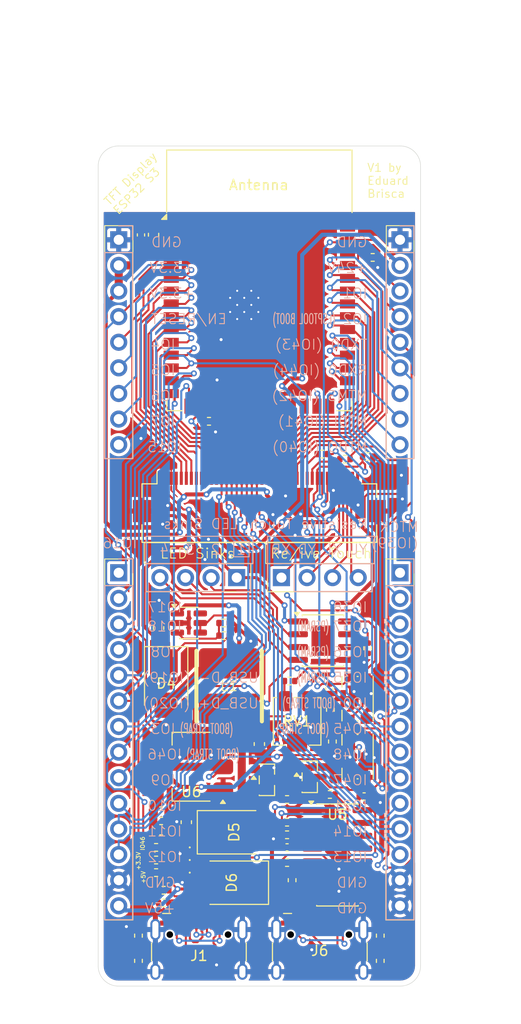
<source format=kicad_pcb>
(kicad_pcb (version 20241229) (generator "pcbnew") (generator_version "9.0")
  (layers (0 "F.Cu" signal) (2 "B.Cu" signal) (13 "F.Paste" user) (15 "B.Paste" user) (5 "F.SilkS" user "F.Silkscreen") (7 "B.SilkS" user "B.Silkscreen") (1 "F.Mask" user) (3 "B.Mask" user) (25 "Edge.Cuts" user))
  (net 0 "")
  (net 1 "+3.3V")
  (net 2 "GND")
  (net 3 "+5V")
  (net 4 "VLED+")
  (net 5 "Net-(U5-V3)")
  (net 6 "EN")
  (net 7 "Net-(D1-A)")
  (net 8 "Net-(D2-A)")
  (net 9 "Net-(D3-A)")
  (net 10 "Net-(D4-A)")
  (net 11 "Net-(D5-A)")
  (net 12 "Net-(D6-A)")
  (net 13 "Net-(J1-D--PadA7)")
  (net 14 "Net-(J1-CC2)")
  (net 15 "Net-(J1-D+-PadA6)")
  (net 18 "Net-(J1-CC1)")
  (net 19 "G3")
  (net 20 "G7")
  (net 21 "HSYNC")
  (net 22 "IO15")
  (net 23 "XR")
  (net 24 "IO48")
  (net 25 "B6")
  (net 26 "B1")
  (net 27 "IO7")
  (net 28 "XL")
  (net 29 "IO18")
  (net 30 "G6")
  (net 31 "G4")
  (net 32 "IO17")
  (net 33 "B0")
  (net 34 "DE")
  (net 35 "B2")
  (net 36 "G0")
  (net 37 "B3")
  (net 38 "IO4")
  (net 40 "IO5")
  (net 41 "DISP")
  (net 42 "IO16")
  (net 43 "B5")
  (net 44 "G5")
  (net 45 "B7")
  (net 46 "IO6")
  (net 47 "YD")
  (net 48 "YU")
  (net 49 "PCLK")
  (net 50 "B4")
  (net 51 "LED_SINK_1")
  (net 52 "G2")
  (net 53 "G1")
  (net 54 "GPIO20")
  (net 55 "GPIO19")
  (net 56 "GPIO_LED")
  (net 57 "IO3")
  (net 58 "IO8")
  (net 59 "IO36")
  (net 60 "IO37")
  (net 61 "BOOT0")
  (net 62 "IO35")
  (net 63 "LED_SINK_3")
  (net 64 "LED_SINK_4")
  (net 65 "LED_SINK_2")
  (net 66 "Net-(J6-CC1)")
  (net 67 "Net-(J6-CC2)")
  (net 70 "Net-(Q1-B)")
  (net 71 "Net-(Q2-B)")
  (net 72 "Net-(U3-FB)")
  (net 73 "Net-(U4-EN{slash}PWM)")
  (net 74 "Net-(R13-Pad1)")
  (net 75 "Net-(U4-RSET)")
  (net 76 "Net-(U5-UD-)")
  (net 77 "Net-(U5-UD+)")
  (net 78 "Net-(U5-RXD)")
  (net 79 "Net-(U5-TXD)")
  (net 80 "DTR")
  (net 81 "RTS")
  (net 91 "Net-(J6-D+-PadA6)")
  (net 92 "Net-(J6-D--PadA7)")
  (footprint "Package_SO:SOIC-16_3.9x9.9mm_P1.27mm" (layer "F.Cu") (at 127.75 157)
    (property "Reference" "U5")
    (property "Value" "CH340C")
  )
  (footprint "Diode_SMD:D_SMB" (layer "F.Cu") (at 117.25 159.75 180)
    (property "Reference" "D6")
    (property "Value" "Diode")
  )
  (footprint "Package_TO_SOT_SMD:SOT-23" (layer "F.Cu") (at 120.75 149.55)
    (property "Reference" "Q2" (hide yes))
    (property "Value" "2N3904")
  )
  (footprint "Connector_USB:USB_C_Receptacle_HCTL_HC-TYPE-C-16P-01A" (layer "F.Cu") (at 114 167.5)
    (property "Reference" "J1")
    (property "Value" "USB_C_Receptacle_USB2.0_16P" (hide yes))
  )
  (footprint "Resistor_SMD:R_0402_1005Metric" (layer "F.Cu") (at 115 114 180)
    (property "Reference" "R7" (hide yes))
    (property "Value" "5.7K")
  )
  (footprint "Resistor_SMD:R_0402_1005Metric" (layer "F.Cu") (at 132 165 -90)
    (property "Reference" "R22" (hide yes))
    (property "Value" "5.1K")
  )
  (footprint "Resistor_SMD:R_0402_1005Metric" (layer "F.Cu") (at 131.25 97.75 180)
    (property "Reference" "R27" (hide yes))
    (property "Value" "47K")
  )
  (footprint "Resistor_SMD:R_0402_1005Metric" (layer "F.Cu") (at 109.75 157.5)
    (property "Reference" "R6" (hide yes))
    (property "Value" "1K")
  )
  (footprint "Capacitor_SMD:C_0402_1005Metric" (layer "F.Cu") (at 126.95 140.52 90)
    (property "Reference" "C10" (hide yes))
    (property "Value" "1uF")
  )
  (footprint "Capacitor_SMD:C_0402_1005Metric" (layer "F.Cu") (at 108.25 95.52 -90)
    (property "Reference" "C1" (hide yes))
    (property "Value" "0.1uF")
  )
  (footprint "Capacitor_SMD:C_0603_1608Metric" (layer "F.Cu") (at 112.75 153.75 90)
    (property "Reference" "C3" (hide yes))
    (property "Value" "10uF")
  )
  (footprint "Resistor_SMD:R_0402_1005Metric" (layer "F.Cu") (at 127 151 180)
    (property "Reference" "R26" (hide yes))
    (property "Value" "10K")
  )
  (footprint "Capacitor_SMD:C_0402_1005Metric" (layer "F.Cu") (at 122.75 156.25 180)
    (property "Reference" "C7" (hide yes))
    (property "Value" "0.1uF")
  )
  (footprint "Resistor_SMD:R_0402_1005Metric" (layer "F.Cu") (at 108 165 -90)
    (property "Reference" "R1" (hide yes))
    (property "Value" "5.1K")
  )
  (footprint "Resistor_SMD:R_0402_1005Metric" (layer "F.Cu") (at 130.75 136.5 90)
    (property "Reference" "R12" (hide yes))
    (property "Value" "1K")
  )
  (footprint "Resistor_SMD:R_0402_1005Metric" (layer "F.Cu") (at 110.5 161.75 180)
    (property "Reference" "R4" (hide yes))
    (property "Value" "27R")
  )
  (footprint "Resistor_SMD:R_0402_1005Metric" (layer "F.Cu") (at 116.5 135.25 180)
    (property "Reference" "R10" (hide yes))
    (property "Value" "396K")
  )
  (footprint "Resistor_SMD:R_0402_1005Metric" (layer "F.Cu") (at 122.75 155 180)
    (property "Reference" "R23" (hide yes))
    (property "Value" "100")
  )
  (footprint "Potentiometer_SMD:Potentiometer_Bourns_3314J_Vertical" (layer "F.Cu") (at 123.75 143.75)
    (property "Reference" "RV1")
    (property "Value" "10K")
  )
  (footprint "Capacitor_SMD:C_0402_1005Metric" (layer "F.Cu") (at 130.4 151.2 180)
    (property "Reference" "C8" (hide yes))
    (property "Value" "0.1uF")
  )
  (footprint "Package_TO_SOT_SMD:SOT-23-6" (layer "F.Cu") (at 113 134)
    (property "Reference" "U3" (hide yes))
    (property "Value" "MT3608")
  )
  (footprint "Resistor_SMD:R_0402_1005Metric" (layer "F.Cu") (at 127.05 142.6 90)
    (property "Reference" "R8" (hide yes))
    (property "Value" "10K")
  )
  (footprint "Package_TO_SOT_SMD:SOT-223-3_TabPin2" (layer "F.Cu") (at 113.25 148.25 180)
    (property "Reference" "U6")
    (property "Value" "LD1117S33TR_SOT223")
  )
  (footprint "Resistor_SMD:R_0402_1005Metric" (layer "F.Cu") (at 122.75 153.75 180)
    (property "Reference" "R24" (hide yes))
    (property "Value" "100")
  )
  (footprint "Resistor_SMD:R_0402_1005Metric" (layer "F.Cu") (at 126.25 117.25 180)
    (property "Reference" "R18" (hide yes))
    (property "Value" "22R")
  )
  (footprint "RF_Module:ESP32-S3-WROOM-1" (layer "F.Cu") (at 120 100)
    (property "Reference" "U1" (hide yes))
    (property "Value" "ESP32-S3-WROOM-1" (hide yes))
  )
  (footprint "Resistor_SMD:R_0402_1005Metric" (layer "F.Cu") (at 122.75 151.5 180)
    (property "Reference" "R25" (hide yes))
    (property "Value" "10K")
  )
  (footprint "Resistor_SMD:R_0402_1005Metric" (layer "F.Cu") (at 116.5 134)
    (property "Reference" "R11" (hide yes))
    (property "Value" "10K")
  )
  (footprint "Connector_USB:USB_C_Receptacle_HCTL_HC-TYPE-C-16P-01A" (layer "F.Cu") (at 126 167.5)
    (property "Reference" "J6")
    (property "Value" "USB_C_Receptacle_USB2.0_16P" (hide yes))
  )
  (footprint "Package_TO_SOT_SMD:SOT-23" (layer "F.Cu") (at 125 149.25)
    (property "Reference" "Q1" (hide yes))
    (property "Value" "2N3904")
  )
  (footprint "Diode_SMD:D_SMB" (layer "F.Cu") (at 110.75 140 -90)
    (property "Reference" "D4")
    (property "Value" "Diode")
  )
  (footprint "Resistor_SMD:R_0402_1005Metric" (layer "F.Cu") (at 122.75 157.75)
    (property "Reference" "R20" (hide yes))
    (property "Value" "27R")
  )
  (footprint "Resistor_SMD:R_0402_1005Metric" (layer "F.Cu") (at 109.75 158.75)
    (property "Reference" "R5" (hide yes))
    (property "Value" "1K")
  )
  (footprint "Capacitor_SMD:C_0603_1608Metric" (layer "F.Cu") (at 110 134.5 -90)
    (property "Reference" "C5" (hide yes))
    (property "Value" "22uF")
  )
  (footprint "Resistor_SMD:R_0402_1005Metric" (layer "F.Cu") (at 108 167.5 -90)
    (property "Reference" "R2" (hide yes))
    (property "Value" "5.1K")
  )
  (footprint "My_Library:5028_SMD_INDUCTOR_SRR5028-220Y" (layer "F.Cu") (at 117 140.25 90)
    (property "Reference" "L1")
    (property "Value" "22uH")
  )
  (footprint "Capacitor_SMD:C_0603_1608Metric" (layer "F.Cu") (at 110.25 152.75 180)
    (property "Reference" "C4" (hide yes))
    (property "Value" "10uF")
  )
  (footprint "LED_SMD:LED_0402_1005Metric" (layer "F.Cu") (at 112 157.5 180)
    (property "Reference" "D2" (hide yes))
    (property "Value" "RED 3.3V")
  )
  (footprint "LED_SMD:LED_0402_1005Metric" (layer "F.Cu") (at 112 158.75 180)
    (property "Reference" "D1" (hide yes))
    (property "Value" "RED 5V")
  )
  (footprint "Capacitor_SMD:C_0603_1608Metric" (layer "F.Cu") (at 110.25 154.5 180)
    (property "Reference" "C9" (hide yes))
    (property "Value" "22uF")
  )
  (footprint "Resistor_SMD:R_0402_1005Metric" (layer "F.Cu") (at 127.25 145.75 -90)
    (property "Reference" "R9" (hide yes))
    (property "Value" "10K")
  )
  (footprint "LED_SMD:LED_0402_1005Metric" (layer "F.Cu") (at 112 156.25 180)
    (property "Reference" "D3" (hide yes))
    (property "Value" "GREEN GPIO")
  )
  (footprint "Resistor_SMD:R_0402_1005Metric" (layer "F.Cu") (at 128.5 117.75)
    (property "Reference" "R15" (hide yes))
    (property "Value" "10K")
  )
  (footprint "Resistor_SMD:R_0402_1005Metric" (layer "F.Cu") (at 109.75 156.25)
    (property "Reference" "R14" (hide yes))
    (property "Value" "1K")
  )
  (footprint "Resistor_SMD:R_0402_1005Metric" (layer "F.Cu") (at 123.25 159.5 90)
    (property "Reference" "R19" (hide yes))
    (property "Value" "27R")
  )
  (footprint "Button_Switch_SMD:SW_Push_1P1T-SH_NO_CK_KMR2xxG" (layer "F.Cu") (at 129.75 141.5 90)
    (property "Reference" "SW1" (hide yes))
    (property "Value" "SW_Push")
  )
  (footprint "Connector_FFC-FPC:Hirose_FH12-40S-0.5SH_1x40-1MP_P0.50mm_Horizontal" (layer "F.Cu") (at 120 121.5)
    (property "Reference" "J2" (hide yes))
    (property "Value" "Conn_01x40_Socket")
  )
  (footprint "Resistor_SMD:R_0402_1005Metric" (layer "F.Cu") (at 132 167.5 -90)
    (property "Reference" "R21" (hide yes))
    (property "Value" "5.1K")
  )
  (footprint "Capacitor_SMD:C_0603_1608Metric" (layer "F.Cu") (at 120 146 90)
    (property "Reference" "C6" (hide yes))
    (property "Value" "10uF")
  )
  (footprint "Resistor_SMD:R_0402_1005Metric" (layer "F.Cu") (at 110.5 160.5 180)
    (property "Reference" "R3" (hide yes))
    (property "Value" "27R")
  )
  (footprint "Capacitor_SMD:C_0603_1608Metric" (layer "F.Cu") (at 109.5 95.5 -90)
    (property "Reference" "C2" (hide yes))
    (property "Value" "10uF")
  )
  (footprint "Button_Switch_SMD:SW_Push_1P1T-SH_NO_CK_KMR2xxG" (layer "F.Cu") (at 129.75 147.25 90)
    (property "Reference" "SW2" (hide yes))
    (property "Value" "SW_Push")
  )
  (footprint "Diode_SMD:D_SMB" (layer "F.Cu") (at 117.5 154.75)
    (property "Reference" "D5")
    (property "Value" "Diode")
  )
  (footprint "My_Library:CAT4104" (layer "F.Cu") (at 126.32 135.75)
    (property "Reference" "U4" (hide yes))
    (property "Value" "CAT4104")
  )
  (footprint "Resistor_SMD:R_0402_1005Metric" (layer "F.Cu") (at 123 139.75)
    (property "Reference" "R13" (hide yes))
    (property "Value" "1.8K")
  )
  (footprint "Resistor_SMD:R_0402_1005Metric" (layer "F.Cu") (at 130.75 117.5)
    (property "Reference" "R17" (hide yes))
    (property "Value" "5.7K")
  )
  (footprint "Connector_PinHeader_2.54mm:PinHeader_1x14_P2.54mm_Vertical" (layer "B.Cu") (at 133.96 129.02 180)
    (property "Reference" "J11" (hide yes))
    (property "Value" "Conn_01x14_Pin")
  )
  (footprint "Connector_PinHeader_2.54mm:PinHeader_1x14_P2.54mm_Vertical" (layer "B.Cu") (at 106.04 129.02 180)
    (property "Reference" "J10" (hide yes))
    (property "Value" "Conn_01x14_Pin")
  )
  (footprint "Connector_PinHeader_2.54mm:PinHeader_1x04_P2.54mm_Vertical" (layer "B.Cu") (at 117.75 129.5 90)
    (property "Reference" "J5" (hide yes))
    (property "Value" "Conn_01x04_Pin")
  )
  (footprint "Connector_PinHeader_2.54mm:PinHeader_1x04_P2.54mm_Vertical" (layer "B.Cu") (at 122.19 129.5 -90)
    (property "Reference" "J7" (hide yes))
    (property "Value" "Conn_01x04_Pin")
  )
  (footprint "Connector_PinHeader_2.54mm:PinHeader_1x09_P2.54mm_Vertical" (layer "B.Cu") (at 106.04 96 180)
    (property "Reference" "J8" (hide yes))
    (property "Value" "Conn_01x09_Pin")
  )
  (footprint "Connector_PinHeader_2.54mm:PinHeader_1x09_P2.54mm_Vertical" (layer "B.Cu") (at 133.96 96 180)
    (property "Reference" "J9" (hide yes))
    (property "Value" "Conn_01x09_Pin")
  )
  (gr_rect (start 104.65 94.6) (end 107.45 117.7) (stroke (width 0.1)) (fill no) (layer "F.SilkS"))
  (gr_rect (start 132.6 94.6) (end 135.35 117.7) (stroke (width 0.1)) (fill no) (layer "F.SilkS"))
  (gr_rect (start 108.57 126.035) (end 119.365 128.1) (stroke (width 0.1)) (fill no) (layer "F.SilkS"))
  (gr_rect (start 120.635 126.035) (end 131.43 128.1) (stroke (width 0.1)) (fill no) (layer "F.SilkS"))
  (gr_rect (start 104.65 127.65) (end 107.45 163.45) (stroke (width 0.1)) (fill no) (layer "F.SilkS"))
  (gr_rect (start 120.8 128.1) (end 131.2 130.9) (stroke (width 0.1)) (fill no) (layer "F.SilkS"))
  (gr_rect (start 108.75 128.1) (end 119.15 130.9) (stroke (width 0.1)) (fill no) (layer "F.SilkS"))
  (gr_rect (start 132.55 127.65) (end 135.35 163.45) (stroke (width 0.1)) (fill no) (layer "F.SilkS"))
  (gr_line (start 118.984 125.908) (end 117.46 125.908) (stroke (width 0.1)) (layer "B.SilkS"))
  (gr_rect (start 120.81 125.4) (end 131.43 128.12) (stroke (width 0.1)) (fill no) (layer "B.SilkS"))
  (gr_line (start 118.984 127.432) (end 118.984 125.908) (stroke (width 0.1)) (layer "B.SilkS"))
  (gr_rect (start 108.75 125.4) (end 119.365 128.12) (stroke (width 0.1)) (fill no) (layer "B.SilkS"))
  (gr_line (start 117.46 125.908) (end 117.46 127.432) (stroke (width 0.1)) (layer "B.SilkS"))
  (gr_line (start 118.984 127.432) (end 117.46 127.432) (stroke (width 0.1)) (layer "B.SilkS"))
  (gr_line (start 134 170) (end 106 170) (stroke (width 0.05)) (layer "Edge.Cuts"))
  (gr_arc (start 134 86.7) (mid 135.414214 87.285786) (end 136 88.7) (stroke (width 0.05)) (layer "Edge.Cuts"))
  (gr_line (start 136 88.7) (end 136 168) (stroke (width 0.05)) (layer "Edge.Cuts"))
  (gr_line (start 104 168) (end 104 88.7) (stroke (width 0.05)) (layer "Edge.Cuts"))
  (gr_arc (start 136 168) (mid 135.414214 169.414214) (end 134 170) (stroke (width 0.05)) (layer "Edge.Cuts"))
  (gr_line (start 106 86.7) (end 134 86.7) (stroke (width 0.05)) (layer "Edge.Cuts"))
  (gr_arc (start 104 88.7) (mid 104.585786 87.285786) (end 106 86.7) (stroke (width 0.05)) (layer "Edge.Cuts"))
  (gr_arc (start 106 170) (mid 104.585786 169.414214) (end 104 168) (stroke (width 0.05)) (layer "Edge.Cuts"))
  (gr_text "V1 by\nEduard\nBrisca" (at 130.65 91.9 0) (layer "F.SilkS") (effects (font (size 0.8 0.8) (thickness 0.1)) (justify left bottom)))
  (gr_text "+3.3V" (at 108.23 158.54 90) (layer "F.SilkS") (effects (font (size 0.4 0.4) (thickness 0.08) (bold yes)) (justify left bottom)))
  (gr_text "Re/ive Touch" (at 121.016 127.686 0) (layer "F.SilkS") (effects (font (size 1 1) (thickness 0.1)) (justify left bottom)))
  (gr_text "+5V" (at 108.72 159.87 90) (layer "F.SilkS") (effects (font (size 0.4 0.4) (thickness 0.08) (bold yes)) (justify left bottom)))
  (gr_text "LED Sinks" (at 110.094 127.686 0) (layer "F.SilkS") (effects (font (size 1 1) (thickness 0.1)) (justify left bottom)))
  (gr_text "IO46" (at 108.65 156.6 90) (layer "F.SilkS") (effects (font (size 0.4 0.4) (thickness 0.08) (bold yes)) (justify left bottom)))
  (gr_text "TFT Display\nESP32 S3" (at 106 93.65 45) (layer "F.SilkS") (effects (font (size 0.8 0.8) (thickness 0.1)) (justify left bottom)))
  (gr_text "IO4" (at 111.745 106.985 0) (layer "B.SilkS") (effects (font (size 1 1) (thickness 0.1)) (justify left bottom mirror)))
  (gr_text "XR" (at 123.175 127.305 0) (layer "B.SilkS") (effects (font (size 1 1) (thickness 0.1)) (justify left bottom mirror)))
  (gr_text "MTDI (IO41)" (at 130.795 114.605 0) (layer "B.SilkS") (effects (font (size 1 1) (thickness 0.1)) (justify left bottom mirror)))
  (gr_text "IO6" (at 111.745 112.065 0) (layer "B.SilkS") (effects (font (size 1 1) (thickness 0.1)) (justify left bottom mirror)))
  (gr_text "IO12" (at 112.38 157.785 0) (layer "B.SilkS") (effects (font (size 1 1) (thickness 0.1)) (justify left bottom mirror)))
  (gr_text "YD" (at 125.715 127.305 0) (layer "B.SilkS") (effects (font (size 1 1) (thickness 0.1)) (justify left bottom mirror)))
  (gr_text "MTMS (IO42)" (at 130.795 112.065 0) (layer "B.SilkS") (effects (font (size 1 1) (thickness 0.1)) (justify left bottom mirror)))
  (gr_text "GND" (at 130.795 162.865 0) (layer "B.SilkS") (effects (font (size 1 1) (thickness 0.1)) (justify left bottom mirror)))
  (gr_text "IO0" (at 130.795 142.545 0) (layer "B.SilkS") (effects (font (size 1 1) (thickness 0.1)) (justify left bottom mirror)))
  (gr_text "IO9" (at 111.745 150.165 0) (layer "B.SilkS") (effects (font (size 1 1) (thickness 0.1)) (justify left bottom mirror)))
  (gr_text "XL" (at 128.255 127.305 0) (layer "B.SilkS") (effects (font (size 1 1) (thickness 0.1)) (justify left bottom mirror)))
  (gr_text "IO7" (at 111.745 114.605 0) (layer "B.SilkS") (effects (font (size 1 1) (thickness 0.1)) (justify left bottom mirror)))
  (gr_text "IO3" (at 111.745 145.085 0) (layer "B.SilkS") (effects (font (size 1 1) (thickness 0.1)) (justify left bottom mirror)))
  (gr_text "GND" (at 111.745 160.325 0) (layer "B.SilkS") (effects (font (size 1 1) (thickness 0.1)) (justify left bottom mirror)))
  (gr_text "IO18" (at 112.38 134.925 0) (layer "B.SilkS") (effects (font (size 1 1) (thickness 0.1)) (justify left bottom mirror)))
  (gr_text "IO14" (at 130.795 155.245 0) (layer "B.SilkS") (effects (font (size 1 1) (thickness 0.1)) (justify left bottom mirror)))
  (gr_text "EN/RESET" (at 116.825 104.445 0) (layer "B.SilkS") (effects (font (size 1 1) (thickness 0.1)) (justify left bottom mirror)))
  (gr_text "IO16" (at 107.935 126.67 0) (layer "B.SilkS") (effects (font (size 1 1) (thickness 0.1)) (justify left bottom mirror)))
  (gr_text "(BOOT STRAP)" (at 127.62 142.545 0) (layer "B.SilkS") (effects (font (size 1 0.5) (thickness 0.1)) (justify left bottom mirror)))
  (gr_text "IO15" (at 112.38 117.145 0) (layer "B.SilkS") (effects (font (size 1 1) (thickness 0.1)) (justify left bottom mirror)))
  (gr_text "USB_D- (IO19)" (at 120 140.005 0) (layer "B.SilkS") (effects (font (size 1 1) (thickness 0.1)) (justify left bottom mirror)))
  (gr_text "(ESPTOOL BOOT)" (at 127.62 104.445 0) (layer "B.SilkS") (effects (font (size 1 0.5) (thickness 0.1)) (justify left bottom mirror)))
  (gr_text "IO2" (at 130.795 104.445 0) (layer "B.SilkS") (effects (font (size 1 1) (thickness 0.1)) (justify left bottom mirror)))
  (gr_text "USB_D+ (IO20)" (at 120 142.545 0) (layer "B.SilkS") (effects (font (size 1 1) (thickness 0.1)) (justify left bottom mirror)))
  (gr_text "(BOOT STRAP)" (at 118.095 147.625 0) (layer "B.SilkS") (effects (font (size 1 0.5) (thickness 0.1)) (justify left bottom mirror)))
  (gr_text "IO38" (at 130.795 133.02 0) (layer "B.SilkS") (effects (font (size 1 1) (thickness 0.1)) (justify left bottom mirror)))
  (gr_text "IO47" (at 130.795 150.165 0) (layer "B.SilkS") (effects (font (size 1 1) (thickness 0.1)) (justify left bottom mirror)))
  (gr_text "IO13" (at 130.795 157.785 0) (layer "B.SilkS") (effects (font (size 1 1) (thickness 0.1)) (justify left bottom mirror)))
  (gr_text "LED Sinks" (at 117.968 124.765 0) (layer "B.SilkS") (effects (font (size 1 1) (thickness 0.1)) (justify left bottom mirror)))
  (gr_text "(PSRAM)" (at 126.985 134.925 0) (layer "B.SilkS") (effects (font (size 1 0.5) (thickness 0.1)) (justify left bottom mirror)))
  (gr_text "IO1" (at 130.795 101.905 0) (layer "B.SilkS") (effects (font (size 1 1) (thickness 0.1)) (justify left bottom mirror)))
  (gr_text "(PSRAM)" (at 126.985 137.465 0) (layer "B.SilkS") (effects (font (size 1 0.5) (thickness 0.1)) (justify left bottom mirror)))
  (gr_text "1" (at 118.73 127.305 0) (layer "B.SilkS") (effects (font (size 1 1) (thickness 0.1)) (justify left bottom mirror)))
  (gr_text "IO35" (at 130.795 140.005 0) (layer "B.SilkS") (effects (font (size 1 1) (thickness 0.1)) (justify left bottom mirror)))
  (gr_text "+24V" (at 130.795 99.365 0) (layer "B.SilkS") (effects (font (size 1 1) (thickness 0.1)) (justify left bottom mirror)))
  (gr_text "IO36" (at 130.795 137.465 0) (layer "B.SilkS") (effects (font (size 1 1) (thickness 0.1)) (justify left bottom mirror)))
  (gr_text "GND" (at 130.795 96.825 0) (layer "B.SilkS") (effects (font (size 1 1) (thickness 0.1)) (justify left bottom mirror)))
  (gr_text "IO21" (at 130.795 152.705 0) (layer "B.SilkS") (effects (font (size 1 1) (thickness 0.1)) (justify left bottom mirror)))
  (gr_text "(BOOT STRAP)" (at 126.985 145.085 0) (layer "B.SilkS") (effects (font (size 1 0.5) (thickness 0.1)) (justify left bottom mirror)))
  (gr_text "GND" (at 130.795 160.325 0) (layer "B.SilkS") (effects (font (size 1 1) (thickness 0.1)) (justify left bottom mirror)))
  (gr_text "IO10" (at 112.38 152.705 0) (layer "B.SilkS") (effects (font (size 1 1) (thickness 0.1)) (justify left bottom mirror)))
  (gr_text "+5V" (at 111.745 162.865 0) (layer "B.SilkS") (effects (font (size 1 1) (thickness 0.1)) (justify left bottom mirror)))
  (gr_text "3" (at 113.65 127.305 0) (layer "B.SilkS") (effects (font (size 1 1) (thickness 0.1)) (justify left bottom mirror)))
  (gr_text "GND" (at 112.38 96.825 0) (layer "B.SilkS") (effects (font (size 1 1) (thickness 0.1)) (justify left bottom mirror)))
  (gr_text "IO45" (at 130.795 145.085 0) (layer "B.SilkS") (effects (font (size 1 1) (thickness 0.1)) (justify left bottom mirror)))
  (gr_text "RXD0 (IO44)" (at 130.795 109.525 0) (layer "B.SilkS") (effects (font (size 1 1) (thickness 0.1)) (justify left bottom mirror)))
  (gr_text "Resistive Touch" (at 130.795 124.765 0) (layer "B.SilkS") (effects (font (size 1 1) (thickness 0.1)) (justify left bottom mirror)))
  (gr_text "IO17\n" (at 112.38 133.02 0) (layer "B.SilkS") (effects (font (size 1 1) (thickness 0.1)) (justify left bottom mirror)))
  (gr_text "IO37" (at 130.795 134.925 0) (layer "B.SilkS") (effects (font (size 1 1) (thickness 0.1)) (justify left bottom mirror)))
  (gr_text "IO5" (at 111.745 109.525 0) (layer "B.SilkS") (effects (font (size 1 1) (thickness 0.1)) (justify left bottom mirror)))
  (gr_text "IO46" (at 112.38 147.625 0) (layer "B.SilkS") (effects (font (size 1 1) (thickness 0.1)) (justify left bottom mirror)))
  (gr_text "IO11" (at 112.38 155.245 0) (layer "B.SilkS") (effects (font (size 1 1) (thickness 0.1)) (justify left bottom mirror)))
  (gr_text "IO8" (at 111.745 137.465 0) (layer "B.SilkS") (effects (font (size 1 1) (thickness 0.1)) (justify left bottom mirror)))
  (gr_text "IO48" (at 130.795 147.625 0) (layer "B.SilkS") (effects (font (size 1 1) (thickness 0.1)) (justify left bottom mirror)))
  (gr_text "MTCK\n(IO39)" (at 135.875 126.67 0) (layer "B.SilkS") (effects (font (size 1 1) (thickness 0.1)) (justify left bottom mirror)))
  (gr_text "(PSRAM)" (at 126.985 140.005 0) (layer "B.SilkS") (effects (font (size 1 0.5) (thickness 0.1)) (justify left bottom mirror)))
  (gr_text "TXD0 (IO43)" (at 130.795 106.985 0) (layer "B.SilkS") (effects (font (size 1 1) (thickness 0.1)) (justify left bottom mirror)))
  (gr_text "2" (at 116.19 127.305 0) (layer "B.SilkS") (effects (font (size 1 1) (thickness 0.1)) (justify left bottom mirror)))
  (gr_text "(BOOT STRAP)" (at 117.46 145.085 0) (layer "B.SilkS") (effects (font (size 1 0.5) (thickness 0.1)) (justify left bottom mirror)))
  (gr_text "YU" (at 130.795 127.305 0) (layer "B.SilkS") (effects (font (size 1 1) (thickness 0.1)) (justify left bottom mirror)))
  (gr_text "+3.3V" (at 113.65 101.905 0) (layer "B.SilkS") (effects (font (size 1 1) (thickness 0.1)) (justify left bottom mirror)))
  (gr_text "+3.3V" (at 113.65 99.365 0) (layer "B.SilkS") (effects (font (size 1 1) (thickness 0.1)) (justify left bottom mirror)))
  (gr_text "4" (at 111.11 127.305 0) (layer "B.SilkS") (effects (font (size 1 1) (thickness 0.1)) (justify left bottom mirror)))
  (gr_text "MTDO (IO40)" (at 130.795 117.145 0) (layer "B.SilkS") (effects (font (size 1 1) (thickness 0.1)) (justify left bottom mirror)))
  (segment (start 111.75 125.25) (end 106 125.25) (width 0.4) (layer "F.Cu") (net 1))
  (segment (start 115.4 149.25) (end 116.4 148.25) (width 0.2) (layer "F.Cu") (net 1))
  (segment (start 126.708994 124) (end 123.4 124) (width 0.4) (layer "F.Cu") (net 1))
  (segment (start 112.119 125) (end 112 125) (width 0.4) (layer "F.Cu") (net 1))
  (segment (start 131.25 125.5) (end 130 124.25) (width 0.4) (layer "F.Cu") (net 1))
  (segment (start 133.95 117.85) (end 132.82517 117.85) (width 0.2) (layer "F.Cu") (net 1))
  (segment (start 111.75 119.65) (end 111.75 120.75) (width 0.2) (layer "F.Cu") (net 1))
  (segment (start 126.71 142.09) (end 126.25 142.55) (width 0.2) (layer "F.Cu") (net 1))
  (segment (start 110.1 151.65) (end 110.1 148.25) (width 0.8) (layer "F.Cu") (net 1))
  (segment (start 129.01 117.49) (end 129.01 117.75) (width 0.2) (layer "F.Cu") (net 1))
  (segment (start 113.100681 158.121) (end 109.861 158.121) (width 0.2) (layer "F.Cu") (net 1))
  (segment (start 133.7 121.2) (end 134.71 120.19) (width 0.2) (layer "F.Cu") (net 1))
  (segment (start 127.25 132) (end 129.079182 132) (width 0.4) (layer "F.Cu") (net 1))
  (segment (start 108.25 97.532081) (end 107.242081 98.54) (width 0.8) (layer "F.Cu") (net 1))
  (segment (start 125 140) (end 125.9 139.1) (width 0.4) (layer "F.Cu") (net 1))
  (segment (start 106 125.25) (end 104.75 124) (width 0.4) (layer "F.Cu") (net 1))
  (segment (start 113.25 155.35) (end 114.15 156.25) (width 0.2) (layer "F.Cu") (net 1))
  (segment (start 110.1 148.25) (end 112.1 150.25) (width 0.4) (layer "F.Cu") (net 1))
  (segment (start 114.15 156.25) (end 114.15 157.071681) (width 0.2) (layer "F.Cu") (net 1))
  (segment (start 126.41 147.1) (end 121.9 147.1) (width 0.2) (layer "F.Cu") (net 1))
  (segment (start 109.475 154.5) (end 109.475 152.75) (width 0.8) (layer "F.Cu") (net 1))
  (segment (start 121.75 145) (end 122.75 144) (width 0.4) (layer "F.Cu") (net 1))
  (segment (start 126.25 145.26) (end 126.25 142.55) (width 0.2) (layer "F.Cu") (net 1))
  (segment (start 121.9 147.1) (end 121.75 147.25) (width 0.2) (layer "F.Cu") (net 1))
  (segment (start 131.25 126.102) (end 131.25 125.5) (width 0.4) (layer "F.Cu") (net 1))
  (segment (start 123.5 144) (end 124 143.5) (width 0.4) (layer "F.Cu") (net 1))
  (segment (start 114.75 121.25) (end 112.75 121.25) (width 0.4) (layer "F.Cu") (net 1))
  (segment (start 129.01 117.64824) (end 129.01 117.75) (width 0.4) (layer "F.Cu") (net 1))
  (segment (start 131.47517 116.5) (end 130 116.5) (width 0.2) (layer "F.Cu") (net 1))
  (segment (start 113.5 148.25) (end 116.4 148.25) (width 0.8) (layer "F.Cu") (net 1))
  (segment (start 131.25 129.829182) (end 131.25 126.102) (width 0.4) (layer "F.Cu") (net 1))
  (segment (start 130 116.5) (end 129.01 117.49) (width 0.2) (layer "F.Cu") (net 1))
  (segment (start 120.75 121.35) (end 120.75 121) (width 0.4) (layer "F.Cu") (net 1))
  (segment (start 112.1 150.25) (end 114.25 150.25) (width 0.4) (layer "F.Cu") (net 1))
  (segment (start 134.71 118.61) (end 133.95 117.85) (width 0.2) (layer "F.Cu") (net 1))
  (segment (start 126.951028 123.757966) (end 126.708994 124) (width 0.4) (layer "F.Cu") (net 1))
  (segment (start 112 125) (end 111.75 125.25) (width 0.4) (layer "F.Cu") (net 1))
  (segment (start 104.75 102.37) (end 106.04 101.08) (width 0.4) (layer "F.Cu") (net 1))
  (segment (start 110.985 96.275) (end 111.25 96.01) (width 0.2) (layer "F.Cu") (net 1))
  (segment (start 104.75 124) (end 104.75 102.37) (width 0.4) (layer "F.Cu") (net 1))
  (segment (start 109.225 96) (end 109.5 96.275) (width 0.2) (layer "F.Cu") (net 1))
  (segment (start 106.04 98.54) (end 106.04 101.08) (width 0.8) (layer "F.Cu") (net 1))
  (segment (start 111.25 96.01) (end 109.765 96.01) (width 0.8) (layer "F.Cu") (net 1))
  (segment (start 107.242081 98.54) (end 106.04 98.54) (width 0.8) (layer "F.Cu") (net 1))
  (segment (start 114.15 157.071681) (end 113.100681 158.121) (width 0.2) (layer "F.Cu") (net 1))
  (segment (start 110.325 155.35) (end 113.25 155.35) (width 0.2) (layer "F.Cu") (net 1))
  (segment (start 109.475 152.75) (end 109.475 152.275) (width 0.8) (layer "F.Cu") (net 1))
  (segment (start 109.475 154.5) (end 110.325 155.35) (width 0.2) (layer "F.Cu") (net 1))
  (segment (start 127.05 142.09) (end 126.71 142.09) (width 0.2) (layer "F.Cu") (net 1))
  (segment (start 109.5 96.275) (end 108.525 96.275) (width 0.8) (layer "F.Cu") (net 1))
  (segment (start 132.82517 117.85) (end 131.47517 116.5) (width 0.2) (layer "F.Cu") (net 1))
  (segment (start 130.45 121.498) (end 130.748 121.2) (width 0.2) (layer "F.Cu") (net 1))
  (segment (start 109.861 158.121) (end 109.24 157.5) (width 0.2) (layer "F.Cu") (net 1))
  (segment (start 130.748 121.2) (end 133.7 121.2) (width 0.2) (layer "F.Cu") (net 1))
  (segment (start 134.71 120.19) (end 134.71 118.61) (width 0.2) (layer "F.Cu") (net 1))
  (segment (start 123.4 124) (end 120.75 121.35) (width 0.4) (layer "F.Cu") (net 1))
  (segment (start 112.75 121.25) (end 112.5 121.5) (width 0.4) (layer "F.Cu") (net 1))
  (segment (start 122.75 144) (end 123.5 144) (width 0.4) (layer "F.Cu") (net 1))
  (segment (start 111.75 120.75) (end 112.5 121.5) (width 0.2) (layer "F.Cu") (net 1))
  (segment (start 130 124.25) (end 130.45 123.8) (width 0.2) (layer "F.Cu") (net 1))
  (segment (start 108.525 96.275) (end 108.25 96) (width 0.8) (layer "F.Cu") (net 1))
  (segment (start 127.25 146.26) (end 126.25 145.26) (width 0.2) (layer "F.Cu") (net 1))
  (segment (start 125.9 139.1) (end 127.25 139.1) (width 0.4) (layer "F.Cu") (net 1))
  (segment (start 110.1 148.25) (end 113.5 148.25) (width 0.8) (layer "F.Cu") (net 1))
  (segment (start 127.25 146.26) (end 126.41 147.1) (width 0.2) (layer "F.Cu") (net 1))
  (segment (start 129.079182 132) (end 131.25 129.829182) (width 0.4) (layer "F.Cu") (net 1))
  (segment (start 109.475 152.275) (end 110.1 151.65) (width 0.8) (layer "F.Cu") (net 1))
  (segment (start 115 149.25) (end 115.4 149.25) (width 0.2) (layer "F.Cu") (net 1))
  (segment (start 109.765 96.01) (end 109.5 96.275) (width 0.8) (layer "F.Cu") (net 1))
  (segment (start 121.75 146) (end 121.75 145) (width 0.4) (layer "F.Cu") (net 1))
  (segment (start 108.25 96) (end 108.25 97.532081) (width 0.8) (layer "F.Cu") (net 1))
  (segment (start 130.45 123.8) (end 130.45 121.498) (width 0.2) (layer "F.Cu") (net 1))
  (via (at 127.25 132) (size 0.6) (drill 0.3) (layers "F.Cu" "B.Cu") (net 1))
  (via (at 126.951028 123.757966) (size 0.6) (drill 0.3) (layers "F.Cu" "B.Cu") (net 1))
  (via (at 120.75 121) (size 0.6) (drill 0.3) (layers "F.Cu" "B.Cu") (net 1))
  (via (at 115 149.25) (size 0.6) (drill 0.3) (layers "F.Cu" "B.Cu") (net 1))
  (via (at 125 140) (size 0.6) (drill 0.3) (layers "F.Cu" "B.Cu") (net 1))
  (via (at 130 124.25) (size 0.6) (drill 0.3) (layers "F.Cu" "B.Cu") (net 1))
  (via (at 127.25 139.1) (size 0.6) (drill 0.3) (layers "F.Cu" "B.Cu") (net 1))
  (via (at 114.75 121.25) (size 0.6) (drill 0.3) (layers "F.Cu" "B.Cu") (net 1))
  (via (at 114.25 150.25) (size 0.6) (drill 0.3) (layers "F.Cu" "B.Cu") (net 1))
  (via (at 112.5 121.5) (size 0.6) (drill 0.3) (layers "F.Cu" "B.Cu") (net 1))
  (via (at 124 143.5) (size 0.6) (drill 0.3) (layers "F.Cu" "B.Cu") (net 1))
  (via (at 112.119 125) (size 0.6) (drill 0.3) (layers "F.Cu" "B.Cu") (net 1))
  (via (at 121.75 146) (size 0.6) (drill 0.3) (layers "F.Cu" "B.Cu") (net 1))
  (via (at 121.75 147.25) (size 0.6) (drill 0.3) (layers "F.Cu" "B.Cu") (net 1))
  (segment (start 120.75 121) (end 120.5 120.75) (width 0.4) (layer "B.Cu") (net 1))
  (segment (start 120.5 120.75) (end 115.25 120.75) (width 0.4) (layer "B.Cu") (net 1))
  (segment (start 124 141) (end 125 140) (width 0.4) (layer "B.Cu") (net 1))
  (segment (start 124 143.5) (end 124 141) (width 0.4) (layer "B.Cu") (net 1))
  (segment (start 128.5 122.75) (end 130 124.25) (width 0.4) (layer "B.Cu") (net 1))
  (segment (start 117.5 150.25) (end 121.75 146) (width 0.4) (layer "B.Cu") (net 1))
  (segment (start 112.02 124.901) (end 112.119 125) (width 0.4) (layer "B.Cu") (net 1))
  (segment (start 114.25 150.25) (end 117.5 150.25) (width 0.4) (layer "B.Cu") (net 1))
  (segment (start 112.02 121.98) (end 112.02 124.901) (width 0.4) (layer "B.Cu") (net 1))
  (segment (start 112.5 121.5) (end 112.02 121.98) (width 0.4) (layer "B.Cu") (net 1))
  (segment (start 115.25 120.75) (end 114.75 121.25) (width 0.4) (layer "B.Cu") (net 1))
  (segment (start 127.958994 122.75) (end 128.5 122.75) (width 0.4) (layer "B.Cu") (net 1))
  (segment (start 127.25 139.1) (end 127.25 132) (width 0.4) (layer "B.Cu") (net 1))
  (segment (start 115 149.25) (end 117 147.25) (width 0.2) (layer "B.Cu") (net 1))
  (segment (start 117 147.25) (end 121.75 147.25) (width 0.2) (layer "B.Cu") (net 1))
  (segment (start 126.951028 123.757966) (end 127.958994 122.75) (width 0.4) (layer "B.Cu") (net 1))
  (segment (start 111.025 152.75) (end 112.525 152.75) (width 0.8) (layer "F.Cu") (net 2))
  (segment (start 115.51 114.911473) (end 115.65 115.051473) (width 0.2) (layer "F.Cu") (net 2))
  (segment (start 111.025 154.475) (end 111.8 153.7) (width 0.8) (layer "F.Cu") (net 2))
  (segment (start 131.76 97.75) (end 131.76 98.74) (width 0.2) (layer "F.Cu") (net 2))
  (segment (start 117.35 134) (end 117.01 134) (width 0.2) (layer "F.Cu") (net 2))
  (segment (start 127.75 120.45) (end 127.35 120.85) (width 0.2) (layer "F.Cu") (net 2))
  (segment (start 110.275 134) (end 111.8625 134) (width 0.4) (layer "F.Cu") (net 2))
  (segment (start 127.75 119.65) (end 127.75 120.45) (width 0.2) (layer "F.Cu") (net 2))
  (segment (start 122.25 156.25) (end 121.4 155.4) (width 0.2) (layer "F.Cu") (net 2))
  (segment (start 110 133.725) (end 110.275 134) (width 0.4) (layer "F.Cu") (net 2))
  (segment (start 122.27 156.25) (end 122.25 156.25) (width 0.2) (layer "F.Cu") (net 2))
  (segment (start 112.75 152.975) (end 113.975 152.975) (width 0.8) (layer "F.Cu") (net 2))
  (segment (start 119.15 135.8) (end 117.35 134) (width 0.2) (layer "F.Cu") (net 2))
  (segment (start 133.21 96.75) (end 133.96 96) (width 0.2) (layer "F.Cu") (net 2))
  (segment (start 109.185 95.04) (end 109.5 94.725) (width 0.4) (layer "F.Cu") (net 2))
  (segment (start 112.525 152.75) (end 112.75 152.975) (width 0.8) (layer "F.Cu") (net 2))
  (segment (start 112.485 157.230364) (end 112.129748 156.875112) (width 0.2) (layer "F.Cu") (net 2))
  (segment (start 112.485 158.75) (end 112.485 159.590514) (width 0.2) (layer "F.Cu") (net 2))
  (segment (start 112.485 157.5) (end 112.485 157.230364) (width 0.2) (layer "F.Cu") (net 2))
  (segment (start 109.5 94.725) (end 111.235 94.725) (width 0.8) (layer "F.Cu") (net 2))
  (segment (start 115.51 114) (end 115.51 114.911473) (width 0.2) (layer "F.Cu") (net 2))
  (segment (start 131.76 98.74) (end 131.75 98.75) (width 0.2) (layer "F.Cu") (net 2))
  (segment (start 111.235 94.725) (end 111.25 94.74) (width 0.8) (layer "F.Cu") (net 2))
  (segment (start 111.025 154.5) (end 111.025 152.75) (width 0.8) (layer "F.Cu") (net 2))
  (segment (start 108.25 95.04) (end 109.185 95.04) (width 0.4) (layer "F.Cu") (net 2))
  (segment (start 112.485 159.590514) (end 112.350514 159.725) (width 0.2) (layer "F.Cu") (net 2))
  (segment (start 113.975 152.975) (end 116.4 150.55) (width 0.8) (layer "F.Cu") (net 2))
  (segment (start 111.025 154.5) (end 111.025 154.475) (width 0.8) (layer "F.Cu") (net 2))
  (via (at 127.45 147.2) (size 0.6) (drill 0.3) (layers "F.Cu" "B.Cu") (net 2))
  (via (at 134.2 121.7) (size 0.6) (drill 0.3) (layers "F.Cu" "B.Cu") (net 2))
  (via (at 112.350514 159.725) (size 0.6) (drill 0.3) (layers "F.Cu" "B.Cu") (net 2))
  (via (at 110.4 124.2) (size 0.6) (drill 0.3) (layers "F.Cu" "B.Cu") (net 2))
  (via (at 129.8 122.3) (size 0.6) (drill 0.3) (layers "F.Cu" "B.Cu") (net 2))
  (via (at 131.75 98.75) (size 0.6) (drill 0.3) (layers "F.Cu" "B.Cu") (net 2))
  (via (at 129.4 140.8) (size 0.6) (drill 0.3) (layers "F.Cu" "B.Cu") (net 2))
  (via (at 129 147.3) (size 0.6) (drill 0.3) (layers "F.Cu" "B.Cu") (net 2))
  (via (at 134.1 119.35) (size 0.6) (drill 0.3) (layers "F.Cu" "B.Cu") (net 2))
  (via (at 115.65 115.051473) (size 0.6) (drill 0.3) (layers "F.Cu" "B.Cu") (net 2))
  (via (at 116.2 105.9) (size 0.6) (drill 0.3) (layers "F.Cu" "B.Cu") (net 2))
  (via (at 121.45 148.35) (size 0.6) (drill 0.3) (layers "F.Cu" "B.Cu") (net 2))
  (via (at 122.6 121.4) (size 0.6) (drill 0.3) (layers "F.Cu" "B.Cu") (net 2))
  (via (at 110.05 131.75) (size 0.6) (drill 0.3) (layers "F.Cu" "B.Cu") (net 2))
  (via (at 117.1 127.4) (size 0.6) (drill 0.3) (layers "F.Cu" "B.Cu") (net 2))
  (via (at 125.1 144.35) (size 0.6) (drill 0.3) (layers "F.Cu" "B.Cu") (net 2))
  (via (at 125.2 166.4) (size 0.6) (drill 0.3) (layers "F.Cu" "B.Cu") (net 2))
  (via (at 127.9 160.6) (size 0.6) (drill 0.3) (layers "F.Cu" "B.Cu") (net 2))
  (via (at 110.9 122.35) (size 0.6) (drill 0.3) (layers "F.Cu" "B.Cu") (net 2))
  (via (at 114.95 125.7) (size 0.6) (drill 0.3) (layers "F.Cu" "B.Cu") (net 2))
  (via (at 112.129748 156.875112) (size 0.6) (drill 0.3) (layers "F.Cu" "B.Cu") (net 2))
  (via (at 115.75 167.9) (size 0.6) (drill 0.3) (layers "F.Cu" "B.Cu") (net 2))
  (via (at 121.35 123.25) (size 0.6) (drill 0.3) (layers "F.Cu" "B.Cu") (net 2))
  (via (at 124.1 123.2) (size 0.6) (drill 0.3) (layers "F.Cu" "B.Cu") (net 2))
  (via (at 119.15 135.8) (size 0.6) (drill 0.3) (layers "F.Cu" "B.Cu") (net 2))
  (via (at 124.1 149.3) (size 0.6) (drill 0.3) (layers "F.Cu" "B.Cu") (net 2))
  (via (at 114.6 127.7) (size 0.6) (drill 0.3) (layers "F.Cu" "B.Cu") (net 2))
  (via (at 127.35 120.85) (size 0.6) (drill 0.3) (layers "F.Cu" "B.Cu") (net 2))
  (via (at 112.1 147.3) (size 0.6) (drill 0.3) (layers "F.Cu" "B.Cu") (net 2))
  (via (at 108.25 115.7) (size 0.6) (drill 0.3) (layers "F.Cu" "B.Cu") (net 2))
  (via (at 106.8 164.1) (size 0.6) (drill 0.3) (layers "F.Cu" "B.Cu") (net 2))
  (via (at 130.4 137.9) (size 0.6) (drill 0.3) (layers "F.Cu" "B.Cu") (net 2))
  (via (at 110.75 144.1) (size 0.6) (drill 0.3) (layers "F.Cu" "B.Cu") (net 2))
  (via (at 122.05 126.95) (size 0.6) (drill 0.3) (layers "F.Cu" "B.Cu") (net 2))
  (via (at 121.4 155.4) (size 0.6) (drill 0.3) (layers "F.Cu" "B.Cu") (net 2))
  (via (at 123.55 125.3) (size 0.6) (drill 0.3) (layers "F.Cu" "B.Cu") (net 2))
  (via (at 127.9 158.4) (size 0.6) (drill 0.3) (layers "F.Cu" "B.Cu") (net 2))
  (via (at 132 151.8) (size 0.6) (drill 0.3) (layers "F.Cu" "B.Cu") (net 2))
  (via (at 110 140) (size 0.6) (drill 0.3) (layers "F.Cu" "B.Cu") (net 2))
  (via (at 131.1 141) (size 0.6) (drill 0.3) (layers "F.Cu" "B.Cu") (net 2))
  (via (at 115.25 147.1) (size 0.6) (drill 0.3) (layers "F.Cu" "B.Cu") (net 2))
  (via (at 115.8 109.9) (size 0.6) (drill 0.3) (layers "F.Cu" "B.Cu") (net 2))
  (via (at 130.6 147) (size 0.6) (drill 0.3) (layers "F.Cu" "B.Cu") (net 2))
  (via (at 131.4 147.35) (size 0.6) (drill 0.3) (layers "F.Cu" "B.Cu") (net 2))
  (via (at 111.8 153.7) (size 0.6) (drill 0.3) (layers "F.Cu" "B.Cu") (net 2))
  (segment (start 111.875 160.375) (end 111.3 159.8) (width 0.2) (layer "F.Cu") (net 3))
  (segment (start 119.725 145.225) (end 117 142.5) (width 0.8) (layer "F.Cu") (net 3))
  (segment (start 118.25 146.8) (end 118.25 151.85) (width 0.8) (layer "F.Cu") (net 3))
  (segment (start 118.25 151.85) (end 115.35 154.75) (width 0.8) (layer "F.Cu") (net 3))
  (segment (start 117.4 145.95) (end 118.25 146.8) (width 0.8) (layer "F.Cu") (net 3))
  (segment (start 115.5 133.25) (end 117.5 133.25) (width 0.2) (layer "F.Cu") (net 3))
  (segment (start 119 142.5) (end 117 142.5) (width 0.2) (layer "F.Cu") (net 3))
  (segment (start 113.5 160) (end 113.5 158.5) (width 0.3) (layer "F.Cu") (net 3))
  (segment (start 111.875 160.375) (end 113.125 160.375) (width 0.3) (layer "F.Cu") (net 3))
  (segment (start 131.199999 152.555) (end 130.225 152.555) (width 0.2) (layer "F.Cu") (net 3))
  (segment (start 120.5 136.25) (end 120.5 141) (width 0.2) (layer "F.Cu") (net 3))
  (segment (start 109.24 158.99) (end 109.24 158.75) (width 0.2) (layer "F.Cu") (net 3))
  (segment (start 131.5 152.855001) (end 131.199999 152.555) (width 0.2) (layer "F.Cu") (net 3))
  (segment (start 116.4 145.95) (end 116.4 143.1) (width 0.8) (layer "F.Cu") (net 3))
  (segment (start 124.25 132.75) (end 122.75 131.25) (width 0.2) (layer "F.Cu") (net 3))
  (segment (start 119.4 159.75) (end 119.4 158.8) (width 0.8) (layer "F.Cu") (net 3))
  (segment (start 129.92 152.25) (end 130.225 152.555) (width 0.2) (layer "F.Cu") (net 3))
  (segment (start 114.1375 134.95) (end 114.1375 134) (width 0.2) (layer "F.Cu") (net 3))
  (segment (start 130.75 135.99) (end 130.75 135) (width 0.2) (layer "F.Cu") (net 3))
  (segment (start 118.25 143.75) (end 117 142.5) (width 0.8) (layer "F.Cu") (net 3))
  (segment (start 129.92 151.2) (end 129.92 152.25) (width 0.2) (layer "F.Cu") (net 3))
  (segment (start 122.85 143.25) (end 117.75 143.25) (width 0.2) (layer "F.Cu") (net 3))
  (segment (start 113.125 160.375) (end 113.5 160) (width 0.3) (layer "F.Cu") (net 3))
  (segment (start 117.5 133.25) (end 120.5 136.25) (width 0.2) (layer "F.Cu") (net 3))
  (segment (start 115.35 156.65) (end 115.35 154.75) (width 0.3) (layer "F.Cu") (net 3))
  (segment (start 112.75 154.525) (end 115.125 154.525) (width 0.8) (layer "F.Cu") (net 3))
  (segment (start 118.25 143.5) (end 117 142.25) (width 0.8) (layer "F.Cu") (net 3))
  (segment (start 116.4 145.95) (end 117.4 145.95) (width 0.8) (layer "F.Cu") (net 3))
  (segment (start 119.75 157.25) (end 117.85 157.25) (width 0.2) (layer "F.Cu") (net 3))
  (segment (start 117.75 143.25) (end 117 142.5) (width 0.2) (layer "F.Cu") (net 3))
  (segment (start 120 145.225) (end 119.725 145.225) (width 0.8) (layer "F.Cu") (net 3))
  (segment (start 115.125 154.525) (end 115.35 154.75) (width 0.8) (layer "F.Cu") (net 3))
  (segment (start 117.85 157.25) (end 115.35 154.75) (width 0.8) (layer "F.Cu") (net 3))
  (segment (start 114.75 134) (end 115.5 133.25) (width 0.2) (layer "F.Cu") (net 3))
  (segment (start 120.5 141) (end 119 142.5) (width 0.2) (layer "F.Cu") (net 3))
  (segment (start 116.4 143.1) (end 117 142.5) (width 0.8) (layer "F.Cu") (net 3))
  (segment (start 130.75 135.99) (end 129.875 135.115) (width 0.2) (layer "F.Cu") (net 3))
  (segment (start 130.75 135) (end 130.5 134.75) (width 0.2) (layer "F.Cu") (net 3))
  (segment (start 113.5 158.5) (end 115.35 156.65) (width 0.3) (layer "F.Cu") (net 3))
  (segment (start 114.1375 134) (end 114.75 134) (width 0.2) (layer "F.Cu") (net 3))
  (segment (start 119.4 158.8) (end 117.85 157.25) (width 0.8) (layer "F.Cu") (net 3))
  (segment (start 110.05 159.8) (end 109.24 158.99) (width 0.2) (layer "F.Cu") (net 3))
  (segment (start 129.875 135.115) (end 128.795 135.115) (width 0.2) (layer "F.Cu") (net 3))
  (segment (start 111.3 159.8) (end 110.05 159.8) (width 0.2) (layer "F.Cu") (net 3))
  (segment (start 131.5 157) (end 131.5 152.855001) (width 0.2) (layer "F.Cu") (net 3))
  (segment (start 129.5 132.75) (end 124.25 132.75) (width 0.2) (layer "F.Cu") (net 3))
  (via (at 119.75 157.25) (size 0.6) (drill 0.3) (layers "F.Cu" "B.Cu") (net 3))
  (via (at 130.5 134.75) (size 0.6) (drill 0.3) (layers "F.Cu" "B.Cu") (net 3))
  (via (at 129.5 132.75) (size 0.6) (drill 0.3) (layers "F.Cu" "B.Cu") (net 3))
  (via (at 122.85 143.25) (size 0.6) (drill 0.3) (layers "F.Cu" "B.Cu") (net 3))
  (via (at 131.5 157) (size 0.6) (drill 0.3) (layers "F.Cu" "B.Cu") (net 3))
  (via (at 111.875 160.375) (size 0.6) (drill 0.3) (layers "F.Cu" "B.Cu") (net 3))
  (via (at 122.75 131.25) (size 0.6) (drill 0.3) (layers "F.Cu" "B.Cu") (net 3))
  (segment (start 123.101 140.601) (end 123.101 142.999) (width 0.2) (layer "B.Cu") (net 3))
  (segment (start 131.5 157) (end 120 157) (width 0.2) (layer "B.Cu") (net 3))
  (segment (start 130.5 134.75) (end 130.5 133.75) (width 0.2) (layer "B.Cu") (net 3))
  (segment (start 120 157) (end 119.75 157.25) (width 0.2) (layer "B.Cu") (net 3))
  (segment (start 106.5 162.5) (end 106.04 162.04) (width 0.4) (layer "B.Cu") (net 3))
  (segment (start 109.75 162.5) (end 106.5 162.5) (width 0.4) (layer "B.Cu") (net 3))
  (segment (start 123.101 131.601) (end 123.101 140.601) (width 0.2) (layer "B.Cu") (net 3))
  (segment (start 130.5 133.75) (end 129.5 132.75) (width 0.2) (layer "B.Cu") (net 3))
  (segment (start 111.875 160.375) (end 109.75 162.5) (width 0.4) (layer "B.Cu") (net 3))
  (segment (start 122.75 131.25) (end 123.101 131.601) (width 0.2) (layer "B.Cu") (net 3))
  (segment (start 123.101 142.999) (end 122.85 143.25) (width 0.2) (layer "B.Cu") (net 3))
  (segment (start 112.475793 122.75) (end 110.75 121.024207) (width 0.2) (layer "F.Cu") (net 4))
  (segment (start 122.25 124) (end 119.7 126.55) (width 0.4) (layer "F.Cu") (net 4))
  (segment (start 112.6 136) (end 110.75 137.85) (width 0.2) (layer "F.Cu") (net 4))
  (segment (start 119.7 126.55) (end 116.8 126.55) (width 0.4) (layer "F.Cu") (net 4))
  (segment (start 123 109.75) (end 122.25 110.5) (width 0.4) (layer "F.Cu") (net 4))
  (segment (start 117.01 135.25) (end 116.26 136) (width 0.2) (layer "F.Cu") (net 4))
  (segment (start 108.5 134.25) (end 108.5 128.75) (width 0.4) (layer "F.Cu") (net 4))
  (segment (start 110.75 126.5) (end 112.75 126.5) (width 0.4) (layer "F.Cu") (net 4))
  (segment (start 108.5 128.75) (end 110.75 126.5) (width 0.4) (layer "F.Cu") (net 4))
  (segment (start 116.26 136) (end 112.6 136) (width 0.2) (layer "F.Cu") (net 4))
  (segment (start 110.75 137.85) (end 110.75 136.025) (width 0.8) (layer "F.Cu") (net 4))
  (segment (start 116.8 126.55) (end 113 122.75) (width 0.4) (layer "F.Cu") (net 4))
  (segment (start 124.25 109.75) (end 123 109.75) (width 0.4) (layer "F.Cu") (net 4))
  (segment (start 109.525 135.275) (end 108.5 134.25) (width 0.4) (layer "F.Cu") (net 4))
  (segment (start 110 135.275) (end 109.525 135.275) (width 0.4) (layer "F.Cu") (net 4))
  (segment (start 110.75 136.025) (end 110 135.275) (width 0.8) (layer "F.Cu") (net 4))
  (segment (start 113 122.75) (end 112.475793 122.75) (width 0.2) (layer "F.Cu") (net 4))
  (segment (start 110.75 121.024207) (end 110.75 119.65) (width 0.2) (layer "F.Cu") (net 4))
  (via (at 113 122.75) (size 0.6) (drill 0.3) (layers "F.Cu" "B.Cu") (net 4))
  (via (at 122.25 124) (size 0.6) (drill 0.3) (layers "F.Cu" "B.Cu") (net 4))
  (via (at 124.25 109.75) (size 0.6) (drill 0.3) (layers "F.Cu" "B.Cu") (net 4))
  (via (at 112.75 126.5) (size 0.6) (drill 0.3) (layers "F.Cu" "B.Cu") (net 4))
  (via (at 122.25 110.5) (size 0.6) (drill 0.3) (layers "F.Cu" "B.Cu") (net 4))
  (segment (start 122.25 110.5) (end 124.249 112.499) (width 0.4) (layer "B.Cu") (net 4))
  (segment (start 124.25 97.5) (end 124.25 109.75) (width 0.4) (layer "B.Cu") (net 4))
  (segment (start 124.247 121.54448) (end 124.247 122.003) (width 0.4) (layer "B.Cu") (net 4))
  (segment (start 124.249 112.499) (end 124.249 121.542479) (width 0.4) (layer "B.Cu") (net 4))
  (segment (start 124.249 121.542479) (end 124.247 121.54448) (width 0.4) (layer "B.Cu") (net 4))
  (segment (start 126.25 95.5) (end 124.25 97.5) (width 0.4) (layer "B.Cu") (net 4))
  (segment (start 124.247 122.003) (end 122.25 124) (width 0.4) (layer "B.Cu") (net 4))
  (segment (start 133.96 98.54) (end 130.92 95.5) (width 0.4) (layer "B.Cu") (net 4))
  (segment (start 112.75 126.5) (end 113 126.25) (width 0.4) (layer "B.Cu") (net 4))
  (segment (start 130.92 95.5) (end 126.25 95.5) (width 0.4) (layer "B.Cu") (net 4))
  (segment (start 113 126.25) (end 113 122.75) (width 0.4) (layer "B.Cu") (net 4))
  (segment (start 123.23 156.25) (end 125.16 156.25) (width 0.2) (layer "F.Cu") (net 5))
  (segment (start 125.16 156.25) (end 125.275 156.365) (width 0.2) (layer "F.Cu") (net 5))
  (segment (start 109.75 144.75) (end 108.75 143.75) (width 0.2) (layer "F.Cu") (net 6))
  (segment (start 114.25 140.25) (end 113 141.5) (width 0.2) (layer "F.Cu") (net 6))
  (segment (start 126.9875 150.3) (end 128.7 150.3) (width 0.2) (layer "F.Cu") (net 6))
  (segment (start 130.25 140.75) (end 130.25 142.25) (width 0.2) (layer "F.Cu") (net 6))
  (segment (start 108.099 101.561) (end 108.099 99.899) (width 0.2) (layer "F.Cu") (net 6))
  (segment (start 128.36 140.04) (end 128.95 139.45) (width 0.2) (layer "F.Cu") (net 6))
  (segment (start 125.749065 140.2809) (end 125.9691 140.2809) (width 0.2) (layer "F.Cu") (net 6))
  (segment (start 125.9375 149.25) (end 126.9875 150.3) (width 0.2) (layer "F.Cu") (net 6))
  (segment (start 128.95 143.55) (end 128.35 142.95) (width 0.2) (layer "F.Cu") (net 6))
  (segment (start 127.21 142.95) (end 127.05 143.11) (width 0.2) (layer "F.Cu") (net 6))
  (segment (start 132.001 148.831143) (end 132.001 147.668857) (width 0.2) (layer "F.Cu") (net 6))
  (segment (start 130.25 142.25) (end 128.95 143.55) (width 0.2) (layer "F.Cu") (net 6))
  (segment (start 132.007 147.662857) (end 132.007 144.707) (width 0.2) (layer "F.Cu") (net 6))
  (segment (start 107.5 127.75) (end 106 126.25) (width 0.2) (layer "F.Cu") (net 6))
  (segment (start 123.75 138.5) (end 122.79966 138.5) (width 0.2) (layer "F.Cu") (net 6))
  (segment (start 125.9691 140.2809) (end 126.21 140.04) (width 0.2) (layer "F.Cu") (net 6))
  (segment (start 108.75 135.75) (end 107.5 134.5) (width 0.2) (layer "F.Cu") (net 6))
  (segment (start 129.849 144.449) (end 128.95 143.55) (width 0.2) (layer "F.Cu") (net 6))
  (segment (start 126.21 140.04) (end 127.25 140.04) (width 0.2) (layer "F.Cu") (net 6))
  (segment (start 107.5 134.5) (end 107.5 133.75) (width 0.2) (layer "F.Cu") (net 6))
  (segment (start 121 140.29966) (end 121 141.75) (width 0.2) (layer "F.Cu") (net 6))
  (segment (start 108.75 143.75) (end 108.75 135.75) (width 0.2) (layer "F.Cu") (net 6))
  (segment (start 108.099 99.899) (end 110.718 97.28) (width 0.2) (layer "F.Cu") (net 6))
  (segment (start 127.25 140.04) (end 128.36 140.04) (width 0.2) (layer "F.Cu") (net 6))
  (segment (start 132.007 148.837143) (end 132.001 148.831143) (width 0.2) (layer "F.Cu") (net 6))
  (segment (start 128.95 139.45) (end 130.25 140.75) (width 0.2) (layer "F.Cu") (net 6))
  (segment (start 110.718 97.28) (end 111.25 97.28) (width 0.2) (layer "F.Cu") (net 6))
  (segment (start 132.007 144.707) (end 131.749 144.449) (width 0.2) (layer "F.Cu") (net 6))
  (segment (start 111.75 144.75) (end 109.75 144.75) (width 0.2) (layer "F.Cu") (net 6))
  (segment (start 113 141.5) (end 113 143.5) (width 0.2) (layer "F.Cu") (net 6))
  (segment (start 106.04 103.62) (end 108.099 101.561) (width 0.2) (layer "F.Cu") (net 6))
  (segment (start 132.001 147.668857) (end 132.007 147.662857) (width 0.2) (layer "F.Cu") (net 6))
  (segment (start 128.7 150.3) (end 128.95 150.55) (width 0.2) (layer "F.Cu") (net 6))
  (segment (start 131.2 150.55) (end 132.007 149.743) (width 0.2) (layer "F.Cu") (net 6))
  (segment (start 121 141.75) (end 120.75 142) (width 0.2) (layer "F.Cu") (net 6))
  (segment (start 128.95 150.55) (end 131.2 150.55) (width 0.2) (layer "F.Cu") (net 6))
  (segment (start 107.5 133.75) (end 107.5 127.75) (width 0.2) (layer "F.Cu") (net 6))
  (segment (start 122.79966 138.5) (end 121 140.29966) (width 0.2) (layer "F.Cu") (net 6))
  (segment (start 132.007 149.743) (end 132.007 148.837143) (width 0.2) (layer "F.Cu") (net 6))
  (segment (start 113 143.5) (end 111.75 144.75) (width 0.2) (layer "F.Cu") (net 6))
  (segment (start 131.749 144.449) (end 129.849 144.449) (width 0.2) (layer "F.Cu") (net 6))
  (segment (start 128.35 142.95) (end 127.21 142.95) (width 0.2) (layer "F.Cu") (net 6))
  (segment (start 118.5 140.25) (end 114.25 140.25) (width 0.2) (layer "F.Cu") (net 6))
  (via (at 118.5 140.25) (size 0.6) (drill 0.3) (layers "F.Cu" "B.Cu") (net 6))
  (via (at 125.749065 140.2809) (size 0.6) (drill 0.3) (layers "F.Cu" "B.Cu") (net 6))
  (via (at 120.75 142) (size 0.6) (drill 0.3) (layers "F.Cu" "B.Cu") (net 6))
  (via (at 106 126.25) (size 0.6) (drill 0.3) (layers "F.Cu" "B.Cu") (net 6))
  (via (at 123.75 138.5) (size 0.6) (drill 0.3) (layers "F.Cu" "B.Cu") (net 6))
  (segment (start 104.75 104.91) (end 106.04 103.62) (width 0.2) (layer "B.Cu") (net 6))
  (segment (start 106 126.25) (end 104.75 125) (width 0.2) (layer "B.Cu") (net 6))
  (segment (start 125.749065 140.2809) (end 125.749065 139.899122) (width 0.2) (layer "B.Cu") (net 6))
  (segment (start 124.349943 138.5) (end 123.75 138.5) (width 0.2) (layer "B.Cu") (net 6))
  (segment (start 119 140.25) (end 118.5 140.25) (width 0.2) (layer "B.Cu") (net 6))
  (segment (start 104.75 125) (end 104.75 104.91) (width 0.2) (layer "B.Cu") (net 6))
  (segment (start 125.749065 139.899122) (end 124.349943 138.5) (width 0.2) (layer "B.Cu") (net 6))
  (segment (start 120.75 142) (end 119 140.25) (width 0.2) (layer "B.Cu") (net 6))
  (segment (start 110.26 158.75) (end 111.515 158.75) (width 0.2) (layer "F.Cu") (net 7))
  (segment (start 111.515 157.5) (end 110.26 157.5) (width 0.2) (layer "F.Cu") (net 8))
  (segment (start 110.26 156.25) (end 111.515 156.25) (width 0.2) (layer "F.Cu") (net 9))
  (segment (start 115.15 137.75) (end 117 137.75) (width 0.8) (layer "F.Cu") (net 10))
  (segment (start 118 137) (end 117 138) (width 0.4) (layer "F.Cu") (net 10))
  (segment (start 111.8625 133.05) (end 112.6625 132.25) (width 0.4) (layer "F.Cu") (net 10))
  (segment (start 112.6625 132.25) (end 116.961 132.25) (width 0.4) (layer "F.Cu") (net 10))
  (segment (start 118 135.5) (end 118 137) (width 0.4) (layer "F.Cu") (net 10))
  (segment (start 110.75 142.15) (end 115.15 137.75) (width 0.8) (layer "F.Cu") (net 10))
  (via (at 116.961 132.25) (size 0.6) (drill 0.3) (layers "F.Cu" "B.Cu") (net 10))
  (via (at 118 135.5) (size 0.6) (drill 0.3) (layers "F.Cu" "B.Cu") (net 10))
  (segment (start 118 132.5) (end 118 135.5) (width 0.4) (layer "B.Cu") (net 10))
  (segment (start 116.961 132.25) (end 117.75 132.25) (width 0.4) (layer "B.Cu") (net 10))
  (segment (start 117.75 132.25) (end 118 132.5) (width 0.4) (layer "B.Cu") (net 10))
  (segment (start 123.716 164.816) (end 124.35 165.45) (width 0.2) (layer "F.Cu") (net 11))
  (segment (start 123.6 163.755) (end 123.6 163.121612) (width 0.4) (layer "F.Cu") (net 11))
  (segment (start 121.25 156.35) (end 119.65 154.75) (width 0.4) (layer "F.Cu") (net 11))
  (segment (start 128.284 163.871) (end 128.4 163.755) (width 0.2) (layer "F.Cu") (net 11))
  (segment (start 123.716 163.871) (end 123.716 164.816) (width 0.2) (layer "F.Cu") (net 11))
  (segment (start 122.978388 162.5) (end 122 162.5) (width 0.4) (layer "F.Cu") (net 11))
  (segment (start 128.45 165.8) (end 128.284 165.634) (width 0.2) (layer "F.Cu") (net 11))
  (segment (start 121.25 161.75) (end 121.25 156.35) (width 0.4) (layer "F.Cu") (net 11))
  (segment (start 122 162.5) (end 121.25 161.75) (width 0.4) (layer "F.Cu") (net 11))
  (segment (start 123.6 163.121612) (end 122.978388 162.5) (width 0.4) (layer "F.Cu") (net 11))
  (segment (start 123.6 163.755) (end 123.716 163.871) (width 0.2) (layer "F.Cu") (net 11))
  (segment (start 128.284 165.634) (end 128.284 163.871) (width 0.2) (layer "F.Cu") (net 11))
  (via (at 124.35 165.45) (size 0.6) (drill 0.3) (layers "F.Cu" "B.Cu") (net 11))
  (via (at 128.45 165.8) (size 0.6) (drill 0.3) (layers "F.Cu" "B.Cu") (net 11))
  (segment (start 128.1 165.45) (end 128.45 165.8) (width 0.2) (layer "B.Cu") (net 11))
  (segment (start 124.35 165.45) (end 128.1 165.45) (width 0.2) (layer "B.Cu") (net 11))
  (segment (start 111.799 165.249) (end 111.799 163.954) (width 0.2) (layer "F.Cu") (net 12))
  (segment (start 112.05 165.5) (end 111.799 165.249) (width 0.2) (layer "F.Cu") (net 12))
  (segment (start 116.4 161.05) (end 115.1 159.75) (width 0.4) (layer "F.Cu") (net 12))
  (segment (start 116.4 163.755) (end 116.4 161.05) (width 0.4) (layer "F.Cu") (net 12))
  (segment (start 116.4 164.527987) (end 116.05 164.877987) (width 0.2) (layer "F.Cu") (net 12))
  (segment (start 116.05 164.877987) (end 116.05 165.5) (width 0.2) (layer "F.Cu") (net 12))
  (segment (start 116.4 163.755) (end 116.4 164.527987) (width 0.2) (layer "F.Cu") (net 12))
  (segment (start 111.799 163.954) (end 111.6 163.755) (width 0.2) (layer "F.Cu") (net 12))
  (via (at 116.05 165.5) (size 0.6) (drill 0.3) (layers "F.Cu" "B.Cu") (net 12))
  (via (at 112.05 165.5) (size 0.6) (drill 0.3) (layers "F.Cu" "B.Cu") (net 12))
  (segment (start 113.5 165.5) (end 112.05 165.5) (width 0.2) (layer "B.Cu") (net 12))
  (segment (start 116.05 165.5) (end 113.5 165.5) (width 0.2) (layer "B.Cu") (net 12))
  (segment (start 113.45 165.65) (end 113.101 165.301) (width 0.2) (layer "F.Cu") (net 13))
  (segment (start 113.25 164.438824) (end 113.25 163.755) (width 0.2) (layer "F.Cu") (net 13))
  (segment (start 111.01 160.5) (end 111.61 161.1) (width 0.2) (layer "F.Cu") (net 13))
  (segment (start 114.351 165.148943) (end 113.849943 165.65) (width 0.2) (layer "F.Cu") (net 13))
  (segment (start 114.25 163.755) (end 114.25 164.550057) (width 0.2) (layer "F.Cu") (net 13))
  (segment (start 114.25 164.550057) (end 114.351 164.651057) (width 0.2) (layer "F.Cu") (net 13))
  (segment (start 113.849943 165.65) (end 113.45 165.65) (width 0.2) (layer "F.Cu") (net 13))
  (segment (start 114.25 162.85) (end 114.25 163.755) (width 0.2) (layer "F.Cu") (net 13))
  (segment (start 111.61 161.1) (end 112.5 161.1) (width 0.2) (layer "F.Cu") (net 13))
  (segment (start 113.101 164.587824) (end 113.25 164.438824) (width 0.2) (layer "F.Cu") (net 13))
  (segment (start 113.101 165.301) (end 113.101 164.587824) (width 0.2) (layer "F.Cu") (net 13))
  (segment (start 114.351 164.651057) (end 114.351 165.148943) (width 0.2) (layer "F.Cu") (net 13))
  (segment (start 112.5 161.1) (end 114.25 162.85) (width 0.2) (layer "F.Cu") (net 13))
  (segment (start 115.649 166.551) (end 115.649 165.948943) (width 0.2) (layer "F.Cu") (net 14))
  (segment (start 115.75 164.610887) (end 115.75 163.755) (width 0.2) (layer "F.Cu") (net 14))
  (segment (start 108 166.99) (end 115.21 166.99) (width 0.2) (layer "F.Cu") (net 14))
  (segment (start 115.21 166.99) (end 115.649 166.551) (width 0.2) (layer "F.Cu") (net 14))
  (segment (start 115.649 165.051057) (end 115.649 164.711887) (width 0.2) (layer "F.Cu") (net 14))
  (segment (start 115.649 165.948943) (end 115.449 165.748943) (width 0.2) (layer "F.Cu") (net 14))
  (segment (start 115.649 164.711887) (end 115.75 164.610887) (width 0.2) (layer "F.Cu") (net 14))
  (segment (start 115.449 165.748943) (end 115.449 165.251057) (width 0.2) (layer "F.Cu") (net 14))
  (segment (start 115.449 165.251057) (end 115.649 165.051057) (width 0.2) (layer "F.Cu") (net 14))
  (segment (start 112.200012 162.510673) (end 112.143443 162.454104) (width 0.2) (layer "F.Cu") (net 15))
  (segment (start 114.951 164.9) (end 114.799 164.748) (width 0.2) (layer "F.Cu") (net 15))
  (segment (start 112.447498 161.697499) (end 112.390933 161.640933) (width 0.2) (layer "F.Cu") (net 15))
  (segment (start 113.75 163.755) (end 113.75 163) (width 0.2) (layer "F.Cu") (net 15))
  (segment (start 113.75 163.755) (end 113.75 164.9) (width 0.2) (layer "F.Cu") (net 15))
  (segment (start 111.26 161.5) (end 111.01 161.75) (width 0.2) (layer "F.Cu") (net 15))
  (segment (start 112.143443 162.22783) (end 112.447499 161.923775) (width 0.2) (layer "F.Cu") (net 15))
  (segment (start 113.75 163) (end 112.956619 162.206619) (width 0.2) (layer "F.Cu") (net 15))
  (segment (start 112.730343 162.206618) (end 112.426288 162.510674) (width 0.2) (layer "F.Cu") (net 15))
  (segment (start 112.25 161.5) (end 111.26 161.5) (width 0.2) (layer "F.Cu") (net 15))
  (segment (start 114.799 164.748) (end 114.799 163.804) (width 0.2) (layer "F.Cu") (net 15))
  (segment (start 112.390933 161.640933) (end 112.25 161.5) (width 0.2) (layer "F.Cu") (net 15))
  (segment (start 114.799 163.804) (end 114.75 163.755) (width 0.2) (layer "F.Cu") (net 15))
  (segment (start 113.75 164.9) (end 113.8 164.9) (width 0.2) (layer "F.Cu") (net 15))
  (via (at 113.75 164.9) (size 0.6) (drill 0.3) (layers "F.Cu" "B.Cu") (net 15))
  (via (at 114.951 164.9) (size 0.6) (drill 0.3) (layers "F.Cu" "B.Cu") (net 15))
  (arc (start 112.143443 162.454104) (mid 112.09658 162.340967) (end 112.143443 162.22783) (width 0.2) (layer "F.Cu") (net 15))
  (arc (start 112.426288 162.510674) (mid 112.313149 162.557536) (end 112.200012 162.510673) (width 0.2) (layer "F.Cu") (net 15))
  (arc (start 112.447499 161.923775) (mid 112.494361 161.810636) (end 112.447498 161.697499) (width 0.2) (layer "F.Cu") (net 15))
  (arc (start 112.956619 162.206619) (mid 112.843481 162.159754) (end 112.730343 162.206618) (width 0.2) (layer "F.Cu") (net 15))
  (segment (start 113.75 164.9) (end 114.951 164.9) (width 0.2) (layer "B.Cu") (net 15))
  (segment (start 109.089 166.589) (end 112.411 166.589) (width 0.2) (layer "F.Cu") (net 18))
  (segment (start 112.7 163.805) (end 112.75 163.755) (width 0.2) (layer "F.Cu") (net 18))
  (segment (start 112.411 166.589) (end 112.7 166.3) (width 0.2) (layer "F.Cu") (net 18))
  (segment (start 112.7 166.3) (end 112.7 163.805) (width 0.2) (layer "F.Cu") (net 18))
  (segment (start 108 164.49) (end 108.75 165.24) (width 0.2) (layer "F.Cu") (net 18))
  (segment (start 108.75 166.25) (end 109.089 166.589) (width 0.2) (layer "F.Cu") (net 18))
  (segment (start 108.75 165.24) (end 108.75 166.25) (width 0.2) (layer "F.Cu") (net 18))
  (segment (start 117.75 119.65) (end 117.75 114.25) (width 0.2) (layer "F.Cu") (net 19))
  (segment (start 117.75 114.25) (end 118.25 113.75) (width 0.2) (layer "F.Cu") (net 19))
  (segment (start 119.365 113.45) (end 119.365 112.5) (width 0.2) (layer "F.Cu") (net 19))
  (segment (start 118.1 123.75) (end 118.162 123.688) (width 0.2) (layer "F.Cu") (net 19))
  (segment (start 118.162 122.162) (end 117.75 121.75) (width 0.2) (layer "F.Cu") (net 19))
  (segment (start 117.75 121.75) (end 117.75 119.65) (width 0.2) (layer "F.Cu") (net 19))
  (segment (start 119.065 113.75) (end 119.365 113.45) (width 0.2) (layer "F.Cu") (net 19))
  (segment (start 118.25 113.75) (end 119.065 113.75) (width 0.2) (layer "F.Cu") (net 19))
  (segment (start 118.162 123.688) (end 118.162 122.162) (width 0.2) (layer "F.Cu") (net 19))
  (via (at 118.1 123.75) (size 0.6) (drill 0.3) (layers "F.Cu" "B.Cu") (net 19))
  (segment (start 119.703 126.8859) (end 119.703 133.504243) (width 0.2) (layer "B.Cu") (net 19))
  (segment (start 118.1 123.75) (end 117.901 123.949) (width 0.2) (layer "B.Cu") (net 19))
  (segment (start 106.04 155.571) (end 106.04 156.96) (width 0.2) (layer "B.Cu") (net 19))
  (segment (start 117.901 124.250057) (end 117.9 124.251057) (width 0.2) (layer "B.Cu") (net 19))
  (segment (start 117.901 125.0839) (end 118.386585 125.569485) (width 0.2) (layer "B.Cu") (net 19))
  (segment (start 112.602 150.398) (end 108.698 154.302) (width 0.2) (layer "B.Cu") (net 19))
  (segment (start 107.191 154.89676) (end 106.51676 155.571) (width 0.2) (layer "B.Cu") (net 19))
  (segment (start 121.047 136.5872) (end 114.552 143.0822) (width 0.2) (layer "B.Cu") (net 19))
  (segment (start 114.552 147.1322) (end 112.602 149.0822) (width 0.2) (layer "B.Cu") (net 19))
  (segment (start 117.9 124.251057) (end 117.9 124.748943) (width 0.2) (layer "B.Cu") (net 19))
  (segment (start 114.552 143.0822) (end 114.552 147.1322) (width 0.2) (layer "B.Cu") (net 19))
  (segment (start 112.602 149.0822) (end 112.602 150.398) (width 0.2) (layer "B.Cu") (net 19))
  (segment (start 118.386585 125.569485) (end 118.386585 125.570898) (width 0.2) (layer "B.Cu") (net 19))
  (segment (start 121.047 134.848243) (end 121.047 136.5872) (width 0.2) (layer "B.Cu") (net 19))
  (segment (start 107.191 154.1652) (end 107.191 154.89676) (width 0.2) (layer "B.Cu") (net 19))
  (segment (start 117.901 123.949) (end 117.901 124.250057) (width 0.2) (layer "B.Cu") (net 19))
  (segment (start 118.386585 125.570898) (end 118.973542 126.157855) (width 0.2) (layer "B.Cu") (net 19))
  (segment (start 106.51676 155.571) (end 106.04 155.571) (width 0.2) (layer "B.Cu") (net 19))
  (segment (start 117.901 124.749943) (end 117.901 125.0839) (width 0.2) (layer "B.Cu") (net 19))
  (segment (start 117.9 124.748943) (end 117.901 124.749943) (width 0.2) (layer "B.Cu") (net 19))
  (segment (start 118.974955 126.157855) (end 119.703 126.8859) (width 0.2) (layer "B.Cu") (net 19))
  (segment (start 108.698 154.302) (end 107.3278 154.302) (width 0.2) (layer "B.Cu") (net 19))
  (segment (start 119.703 133.504243) (end 121.047 134.848243) (width 0.2) (layer "B.Cu") (net 19))
  (segment (start 107.3278 154.302) (end 107.191 154.1652) (width 0.2) (layer "B.Cu") (net 19))
  (segment (start 118.973542 126.157855) (end 118.974955 126.157855) (width 0.2) (layer "B.Cu") (net 19))
  (segment (start 120 121.5) (end 119.75 121.25) (width 0.2) (layer "F.Cu") (net 20))
  (segment (start 119.75 121.25) (end 119.75 119.65) (width 0.2) (layer "F.Cu") (net 20))
  (segment (start 120.25 123.5) (end 120 123.25) (width 0.2) (layer "F.Cu") (net 20))
  (segment (start 124.445 113.055) (end 124.445 112.5) (width 0.2) (layer "F.Cu") (net 20))
  (segment (start 120 115.75) (end 121.75 115.75) (width 0.2) (layer "F.Cu") (net 20))
  (segment (start 119.75 119.65) (end 119.75 116) (width 0.2) (layer "F.Cu") (net 20))
  (segment (start 121.75 115.75) (end 124.445 113.055) (width 0.2) (layer "F.Cu") (net 20))
  (segment (start 119.75 116) (end 120 115.75) (width 0.2) (layer "F.Cu") (net 20))
  (segment (start 120 123.25) (end 120 121.5) (width 0.2) (layer "F.Cu") (net 20))
  (via (at 120.25 123.5) (size 0.6) (drill 0.3) (layers "F.Cu" "B.Cu") (net 20))
  (segment (start 123.579 137.079) (end 123.579 126.829) (width 0.2) (layer "B.Cu") (net 20))
  (segment (start 132.435 145.935) (end 123.579 137.079) (width 0.2) (layer "B.Cu") (net 20))
  (segment (start 133.96 149.34) (end 132.435 147.815) (width 0.2) (layer "B.Cu") (net 20))
  (segment (start 132.435 147.815) (end 132.435 145.935) (width 0.2) (layer "B.Cu") (net 20))
  (segment (start 123.579 126.829) (end 120.25 123.5) (width 0.2) (layer "B.Cu") (net 20))
  (segment (start 126.0651 118.5) (end 129.75 118.5) (width 0.2) (layer "F.Cu") (net 21))
  (segment (start 125.75 120.900057) (end 125.75 119.65) (width 0.2) (layer "F.Cu") (net 21))
  (segment (start 130.5 119) (end 130.5 118.27) (width 0.2) (layer "F.Cu") (net 21))
  (segment (start 125.399 121.251057) (end 125.75 120.900057) (width 0.2) (layer "F.Cu") (net 21))
  (segment (start 130.24 118.01) (end 130.24 117.5) (width 0.2) (layer "F.Cu") (net 21))
  (segment (start 130.5 118.27) (end 130.24 118.01) (width 0.2) (layer "F.Cu") (net 21))
  (segment (start 125.75 122.75) (end 125.399 122.399) (width 0.2) (layer "F.Cu") (net 21))
  (segment (start 129.75 118.5) (end 130.24 118.01) (width 0.2) (layer "F.Cu") (net 21))
  (segment (start 127.499998 111.25) (end 127.22 111.25) (width 0.2) (layer "F.Cu") (net 21))
  (segment (start 127.22 111.25) (end 126.985 111.485) (width 0.2) (layer "F.Cu") (net 21))
  (segment (start 126.985 111.485) (end 126.985 112.5) (width 0.2) (layer "F.Cu") (net 21))
  (segment (start 125.399 122.399) (end 125.399 121.251057) (width 0.2) (layer "F.Cu") (net 21))
  (segment (start 125.75 118.8151) (end 126.0651 118.5) (width 0.2) (layer "F.Cu") (net 21))
  (segment (start 125.75 119.65) (end 125.75 118.8151) (width 0.2) (layer "F.Cu") (net 21))
  (via (at 127.499998 111.25) (size 0.6) (drill 0.3) (layers "F.Cu" "B.Cu") (net 21))
  (via (at 130.5 119) (size 0.6) (drill 0.3) (layers "F.Cu" "B.Cu") (net 21))
  (via (at 125.75 122.75) (size 0.6) (drill 0.3) (layers "F.Cu" "B.Cu") (net 21))
  (segment (start 127.499998 111.25) (end 127 111.25) (width 0.2) (layer "B.Cu") (net 21))
  (segment (start 128.659 140.909) (end 128.659 128.909) (width 0.2) (layer "B.Cu") (net 21))
  (segment (start 126.802 115.302) (end 130.5 119) (width 0.2) (layer "B.Cu") (net 21))
  (segment (start 126.802 111.448) (end 126.802 112.948) (width 0.2) (layer "B.Cu") (net 21))
  (segment (start 126.351028 123.633871) (end 125.75 123.032843) (width 0.2) (layer "B.Cu") (net 21))
  (segment (start 126.802 112.948) (end 126.802 115.302) (width 0.2) (layer "B.Cu") (net 21))
  (segment (start 128.659 128.909) (end 126.351028 126.601028) (width 0.2) (layer "B.Cu") (net 21))
  (segment (start 132.01 144.26) (end 128.659 140.909) (width 0.2) (layer "B.Cu") (net 21))
  (segment (start 133.96 144.26) (end 132.01 144.26) (width 0.2) (layer "B.Cu") (net 21))
  (segment (start 125.75 123.032843) (end 125.75 122.75) (width 0.2) (layer "B.Cu") (net 21))
  (segment (start 127 111.25) (end 126.802 111.448) (width 0.2) (layer "B.Cu") (net 21))
  (segment (start 126.351028 126.601028) (end 126.351028 123.633871) (width 0.2) (layer "B.Cu") (net 21))
  (segment (start 108.996 105.352) (end 110.718 103.63) (width 0.2) (layer "F.Cu") (net 22))
  (segment (start 110.718 103.63) (end 111.25 103.63) (width 0.2) (layer "F.Cu") (net 22))
  (segment (start 113.953 116.453) (end 112.9497 116.453) (width 0.2) (layer "F.Cu") (net 22))
  (segment (start 112.62 103.63) (end 111.25 103.63) (width 0.2) (layer "F.Cu") (net 22))
  (segment (start 114.25 116.75) (end 113.953 116.453) (width 0.2) (layer "F.Cu") (net 22))
  (segment (start 113.25 103) (end 112.62 103.63) (width 0.2) (layer "F.Cu") (net 22))
  (segment (start 114.25 119.65) (end 114.25 116.75) (width 0.2) (layer "F.Cu") (net 22))
  (segment (start 112.9497 116.453) (end 108.996 112.4993) (width 0.2) (layer "F.Cu") (net 22))
  (segment (start 108.996 112.4993) (end 108.996 105.352) (width 0.2) (layer "F.Cu") (net 22))
  (via (at 113.25 103) (size 0.6) (drill 0.3) (layers "F.Cu" "B.Cu") (net 22))
  (segment (start 108.75 113.61) (end 108.75 104) (width 0.2) (layer "B.Cu") (net 22))
  (segment (start 106.04 116.32) (end 108.75 113.61) (width 0.2) (layer "B.Cu") (net 22))
  (segment (start 113 102.75) (end 113.25 103) (width 0.2) (layer "B.Cu") (net 22))
  (segment (start 110 102.75) (end 113 102.75) (width 0.2) (layer "B.Cu") (net 22))
  (segment (start 108.75 104) (end 110 102.75) (width 0.2) (layer "B.Cu") (net 22))
  (segment (start 123.5 128) (end 122 129.5) (width 0.2) (layer "F.Cu") (net 23))
  (segment (start 127.917 121.132943) (end 127.917 125.583) (width 0.2) (layer "F.Cu") (net 23))
  (segment (start 127.917 125.583) (end 125.5 128) (width 0.2) (layer "F.Cu") (net 23))
  (segment (start 128.199 120.601) (end 127.951 120.849) (width 0.2) (layer "F.Cu") (net 23))
  (segment (start 122 129.5) (end 121.5 129.5) (width 0.2) (layer "F.Cu") (net 23))
  (segment (start 127.951 121.098943) (end 127.917 121.132943) (width 0.2) (layer "F.Cu") (net 23))
  (segment (start 127.951 120.849) (end 127.951 121.098943) (width 0.2) (layer "F.Cu") (net 23))
  (segment (start 125.5 128) (end 123.5 128) (width 0.2) (layer "F.Cu") (net 23))
  (segment (start 128.25 119.65) (end 128.25 120.55) (width 0.2) (layer "F.Cu") (net 23))
  (segment (start 128.201 120.601) (end 128.199 120.601) (width 0.2) (layer "F.Cu") (net 23))
  (segment (start 128.25 120.55) (end 128.201 120.599) (width 0.2) (layer "F.Cu") (net 23))
  (segment (start 128.201 120.599) (end 128.201 120.601) (width 0.2) (layer "F.Cu") (net 23))
  (segment (start 126.25 119.65) (end 126.25 121.25) (width 0.2) (layer "F.Cu") (net 24))
  (segment (start 125.715 112.5) (end 125.715 111.285) (width 0.2) (layer "F.Cu") (net 24))
  (segment (start 126.25 121.25) (end 126 121.5) (width 0.2) (layer "F.Cu") (net 24))
  (segment (start 125.715 111.285) (end 125.75 111.25) (width 0.2) (layer "F.Cu") (net 24))
  (via (at 126 121.5) (size 0.6) (drill 0.3) (layers "F.Cu" "B.Cu") (net 24))
  (via (at 125.75 111.25) (size 0.6) (drill 0.3) (layers "F.Cu" "B.Cu") (net 24))
  (segment (start 125.950028 138.790028) (end 125.950028 123.799971) (width 0.2) (layer "B.Cu") (net 24))
  (segment (start 125.75 111.25) (end 126 111.5) (width 0.2) (layer "B.Cu") (net 24))
  (segment (start 125.149 122.998943) (end 125.149 122.351) (width 0.2) (layer "B.Cu") (net 24))
  (segment (start 125.149 122.351) (end 126 121.5) (width 0.2) (layer "B.Cu") (net 24))
  (segment (start 125.950028 123.799971) (end 125.149 122.998943) (width 0.2) (layer "B.Cu") (net 24))
  (segment (start 133.96 146.8) (end 125.950028 138.790028) (width 0.2) (layer "B.Cu") (net 24))
  (segment (start 126 111.5) (end 126 121.5) (width 0.2) (layer "B.Cu") (net 24))
  (segment (start 127 98) (end 127.55 98.55) (width 0.2) (layer "F.Cu") (net 25))
  (segment (start 129.625 98.55) (end 128.75 98.55) (width 0.2) (layer "F.Cu") (net 25))
  (segment (start 132.207 101.132) (end 129.625 98.55) (width 0.2) (layer "F.Cu") (net 25))
  (segment (start 123.25 118.2197) (end 125.5127 115.957) (width 0.2) (layer "F.Cu") (net 25))
  (segment (start 132.809 124.301) (end 135.111 121.999) (width 0.2) (layer "F.Cu") (net 25))
  (segment (start 129.2476 115.957) (end 132.207 112.9976) (width 0.2) (layer "F.Cu") (net 25))
  (segment (start 135.111 121.999) (end 135.111 107.311) (width 0.2) (layer "F.Cu") (net 25))
  (segment (start 122.2 152.85) (end 122.24 152.89) (width 0.2) (layer "F.Cu") (net 25))
  (segment (start 131.75 158) (end 132.809 156.941) (width 0.2) (layer "F.Cu") (net 25))
  (segment (start 123.25 119.65) (end 123.25 118.2197) (width 0.2) (layer "F.Cu") (net 25))
  (segment (start 127.55 98.55) (end 128.75 98.55) (width 0.2) (layer "F.Cu") (net 25))
  (segment (start 122.24 152.89) (end 122.24 153.75) (width 0.2) (layer "F.Cu") (net 25))
  (segment (start 132.809 156.941) (end 132.809 124.301) (width 0.2) (layer "F.Cu") (net 25))
  (segment (start 125.5127 115.957) (end 129.2476 115.957) (width 0.2) (layer "F.Cu") (net 25))
  (segment (start 132.207 112.9976) (end 132.207 101.132) (width 0.2) (layer "F.Cu") (net 25))
  (segment (start 135.111 107.311) (end 133.96 106.16) (width 0.2) (layer "F.Cu") (net 25))
  (via (at 122.2 152.85) (size 0.6) (drill 0.3) (layers "F.Cu" "B.Cu") (net 25))
  (via (at 131.75 158) (size 0.6) (drill 0.3) (layers "F.Cu" "B.Cu") (net 25))
  (via (at 127 98) (size 0.6) (drill 0.3) (layers "F.Cu" "B.Cu") (net 25))
  (segment (start 132.215544 157.534456) (end 131.75 158) (width 0.2) (layer "B.Cu") (net 25))
  (segment (start 122.2 152.85) (end 122.29095 152.94095) (width 0.2) (layer "B.Cu") (net 25))
  (segment (start 132.215544 156.865601) (end 132.215544 157.534456) (width 0.2) (layer "B.Cu") (net 25))
  (segment (start 127.25 97.75) (end 127 98) (width 0.2) (layer "B.Cu") (net 25))
  (segment (start 122.29095 152.94095) (end 128.290893 152.94095) (width 0.2) (layer "B.Cu") (net 25))
  (segment (start 128.290893 152.94095) (end 132.215544 156.865601) (width 0.2) (layer "B.Cu") (net 25))
  (segment (start 129.5 97.75) (end 128.75 97.75) (width 0.2) (layer "B.Cu") (net 25))
  (segment (start 133.96 106.16) (end 132.5 104.7) (width 0.2) (layer "B.Cu") (net 25))
  (segment (start 128.75 97.75) (end 127.25 97.75) (width 0.2) (layer "B.Cu") (net 25))
  (segment (start 132.5 100.75) (end 129.5 97.75) (width 0.2) (layer "B.Cu") (net 25))
  (segment (start 132.5 104.7) (end 132.5 100.75) (width 0.2) (layer "B.Cu") (net 25))
  (segment (start 121.198 116.552) (end 122.0822 116.552) (width 0.2) (layer "F.Cu") (net 26))
  (segment (start 120.75 117) (end 121.198 116.552) (width 0.2) (layer "F.Cu") (net 26))
  (segment (start 120.75 119.65) (end 120.75 117) (width 0.2) (layer "F.Cu") (net 26))
  (segment (start 128.4171 113.952) (end 130.202 112.1671) (width 0.2) (layer "F.Cu") (net 26))
  (segment (start 129.282 104.9) (end 128.75 104.9) (width 0.2) (layer "F.Cu") (net 26))
  (segment (start 122.0822 116.552) (end 124.6822 113.952) (width 0.2) (layer "F.Cu") (net 26))
  (segment (start 124.6822 113.952) (end 128.4171 113.952) (width 0.2) (layer "F.Cu") (net 26))
  (segment (start 127 104.5) (end 128.35 104.5) (width 0.2) (layer "F.Cu") (net 26))
  (segment (start 130.202 105.82) (end 129.282 104.9) (width 0.2) (layer "F.Cu") (net 26))
  (segment (start 130.202 112.1671) (end 130.202 105.82) (width 0.2) (layer "F.Cu") (net 26))
  (segment (start 128.35 104.5) (end 128.75 104.9) (width 0.2) (layer "F.Cu") (net 26))
  (via (at 127 104.5) (size 0.6) (drill 0.3) (layers "F.Cu" "B.Cu") (net 26))
  (segment (start 129.75 104) (end 127.5 104) (width 0.2) (layer "B.Cu") (net 26))
  (segment (start 133.96 129.02) (end 133.21 128.27) (width 0.2) (layer "B.Cu") (net 26))
  (segment (start 133.21 117.71) (end 130.25 114.75) (width 0.2) (layer "B.Cu") (net 26))
  (segment (start 133.21 128.27) (end 133.21 117.71) (width 0.2) (layer "B.Cu") (net 26))
  (segment (start 130.25 104.5) (end 129.75 104) (width 0.2) (layer "B.Cu") (net 26))
  (segment (start 127.5 104) (end 127 104.5) (width 0.2) (layer "B.Cu") (net 26))
  (segment (start 130.25 114.75) (end 130.25 104.5) (width 0.2) (layer "B.Cu") (net 26))
  (segment (start 112.64 102.36) (end 111.25 102.36) (width 0.2) (layer "F.Cu") (net 27))
  (segment (start 113.25 101.75) (end 112.64 102.36) (width 0.2) (layer "F.Cu") (net 27))
  (segment (start 108.595 104.483) (end 110.718 102.36) (width 0.2) (layer "F.Cu") (net 27))
  (segment (start 108.595 112.6654) (end 108.595 104.483) (width 0.2) (layer "F.Cu") (net 27))
  (segment (start 112.9296 117) (end 108.595 112.6654) (width 0.2) (layer "F.Cu") (net 27))
  (segment (start 113.5 117) (end 112.9296 117) (width 0.2) (layer "F.Cu") (net 27))
  (segment (start 113.75 117.25) (end 113.5 117) (width 0.2) (layer "F.Cu") (net 27))
  (segment (start 113.75 119.65) (end 113.75 117.25) (width 0.2) (layer "F.Cu") (net 27))
  (segment (start 110.718 102.36) (end 111.25 102.36) (width 0.2) (layer "F.Cu") (net 27))
  (via (at 113.25 101.75) (size 0.6) (drill 0.3) (layers "F.Cu" "B.Cu") (net 27))
  (segment (start 108.25 103) (end 110 101.25) (width 0.2) (layer "B.Cu") (net 27))
  (segment (start 106.04 113.78) (end 108.25 111.57) (width 0.2) (layer "B.Cu") (net 27))
  (segment (start 112.75 101.25) (end 113.25 101.75) (width 0.2) (layer "B.Cu") (net 27))
  (segment (start 108.25 111.57) (end 108.25 103) (width 0.2) (layer "B.Cu") (net 27))
  (segment (start 110 101.25) (end 112.75 101.25) (width 0.2) (layer "B.Cu") (net 27))
  (segment (start 128.753 121.431143) (end 128.719 121.465143) (width 0.2) (layer "F.Cu") (net 28))
  (segment (start 129.25 119.65) (end 129.201 119.699) (width 0.2) (layer "F.Cu") (net 28))
  (segment (start 128.719 121.465143) (end 128.719 127.361) (width 0.2) (layer "F.Cu") (net 28))
  (segment (start 128.719 127.361) (end 126.58 129.5) (width 0.2) (layer "F.Cu") (net 28))
  (segment (start 129.151 120.601) (end 129.151 120.8161) (width 0.2) (layer "F.Cu") (net 28))
  (segment (start 129.151 120.8161) (end 128.753 121.2141) (width 0.2) (layer "F.Cu") (net 28))
  (segment (start 129.201 119.699) (end 129.201 120.601) (width 0.2) (layer "F.Cu") (net 28))
  (segment (start 129.201 120.601) (end 129.151 120.601) (width 0.2) (layer "F.Cu") (net 28))
  (segment (start 128.753 121.2141) (end 128.753 121.431143) (width 0.2) (layer "F.Cu") (net 28))
  (segment (start 110.199 112.001) (end 110.199 107.541) (width 0.2) (layer "F.Cu") (net 29))
  (segment (start 110.199 107.541) (end 110.3 107.44) (width 0.2) (layer "F.Cu") (net 29))
  (segment (start 110.3 107.44) (end 111.25 107.44) (width 0.2) (layer "F.Cu") (net 29))
  (segment (start 113.5 106.75) (end 112.81 107.44) (width 0.2) (layer "F.Cu") (net 29))
  (segment (start 113.448 115.25) (end 110.199 112.001) (width 0.2) (layer "F.Cu") (net 29))
  (segment (start 112.81 107.44) (end 111.25 107.44) (width 0.2) (layer "F.Cu") (net 29))
  (segment (start 115.75 119.65) (end 115.75 116) (width 0.2) (layer "F.Cu") (net 29))
  (segment (start 115.75 116) (end 115 115.25) (width 0.2) (layer "F.Cu") (net 29))
  (segment (start 115 115.25) (end 113.448 115.25) (width 0.2) (layer "F.Cu") (net 29))
  (via (at 113.5 106.75) (size 0.6) (drill 0.3) (layers "F.Cu" "B.Cu") (net 29))
  (segment (start 106.04 134.1) (end 107.15 134.1) (width 0.2) (layer "B.Cu") (net 29))
  (segment (start 111.151 106.75) (end 113.5 106.75) (width 0.2) (layer "B.Cu") (net 29))
  (segment (start 110.151 107.75) (end 111.151 106.75) (width 0.2) (layer "B.Cu") (net 29))
  (segment (start 107.15 134.1) (end 107.651 133.599) (width 0.2) (layer "B.Cu") (net 29))
  (segment (start 110.151 116.1661) (end 110.151 107.75) (width 0.2) (layer "B.Cu") (net 29))
  (segment (start 107.651 118.6661) (end 110.151 116.1661) (width 0.2) (layer "B.Cu") (net 29))
  (segment (start 107.651 133.599) (end 107.651 118.6661) (width 0.2) (layer "B.Cu") (net 29))
  (segment (start 119.25 121.3658) (end 119.25 119.65) (width 0.2) (layer "F.Cu") (net 30))
  (segment (start 119.552 121.6678) (end 119.25 121.3658) (width 0.2) (layer "F.Cu") (net 30))
  (segment (start 119.25 119.65) (end 119.25 115.5) (width 0.2) (layer "F.Cu") (net 30))
  (segment (start 119.5 115.25) (end 121.25 115.25) (width 0.2) (layer "F.Cu") (net 30))
  (segment (start 119.25 115.5) (end 119.5 115.25) (width 0.2) (layer "F.Cu") (net 30))
  (segment (start 119.75 124.25) (end 119.85 124.15) (width 0.2) (layer "F.Cu") (net 30))
  (segment (start 119.552 123.7349) (end 119.552 121.6678) (width 0.2) (layer "F.Cu") (net 30))
  (segment (start 119.85 124.0329) (end 119.552 123.7349) (width 0.2) (layer "F.Cu") (net 30))
  (segment (start 121.25 115.25) (end 123.175 113.325) (width 0.2) (layer "F.Cu") (net 30))
  (segment (start 123.175 113.325) (end 123.175 112.5) (width 0.2) (layer "F.Cu") (net 30))
  (segment (start 119.85 124.15) (end 119.85 124.0329) (width 0.2) (layer "F.Cu") (net 30))
  (segment (start 119.85 124.25) (end 119.75 124.25) (width 0.2) (layer "F.Cu") (net 30))
  (via (at 119.85 124.25) (size 0.6) (drill 0.3) (layers "F.Cu" "B.Cu") (net 30))
  (segment (start 122.25 144.1158) (end 122.25 134.349943) (width 0.2) (layer "B.Cu") (net 30))
  (segment (start 121 133.099943) (end 121 125.4) (width 0.2) (layer "B.Cu") (net 30))
  (segment (start 133.96 151.88) (end 132.34 153.5) (width 0.2) (layer "B.Cu") (net 30))
  (segment (start 132.34 153.5) (end 131.6342 153.5) (width 0.2) (layer "B.Cu") (net 30))
  (segment (start 122.25 134.349943) (end 121 133.099943) (width 0.2) (layer "B.Cu") (net 30))
  (segment (start 121 125.4) (end 119.85 124.25) (width 0.2) (layer "B.Cu") (net 30))
  (segment (start 131.6342 153.5) (end 122.25 144.1158) (width 0.2) (layer "B.Cu") (net 30))
  (segment (start 118.25 119.65) (end 118.25 114.5) (width 0.2) (layer "F.Cu") (net 31))
  (segment (start 120.635 113.45) (end 120.635 112.5) (width 0.2) (layer "F.Cu") (net 31))
  (segment (start 118.5 114.25) (end 119.835 114.25) (width 0.2) (layer "F.Cu") (net 31))
  (segment (start 118.25 121.5) (end 118.25 119.65) (width 0.2) (layer "F.Cu") (net 31))
  (segment (start 118.501 124.5) (end 118.75 124.251) (width 0.2) (layer "F.Cu") (net 31))
  (segment (start 118.75 122) (end 118.25 121.5) (width 0.2) (layer "F.Cu") (net 31))
  (segment (start 118.75 124.251) (end 118.75 122) (width 0.2) (layer "F.Cu") (net 31))
  (segment (start 118.25 114.5) (end 118.5 114.25) (width 0.2) (layer "F.Cu") (net 31))
  (segment (start 119.835 114.25) (end 120.635 113.45) (width 0.2) (layer "F.Cu") (net 31))
  (via (at 118.501 124.5) (size 0.6) (drill 0.3) (layers "F.Cu" "B.Cu") (net 31))
  (segment (start 118.501 125.1168) (end 118.501 124.5) (width 0.2) (layer "B.Cu") (net 31))
  (segment (start 121.448 134.682143) (end 120.104 133.338143) (width 0.2) (layer "B.Cu") (net 31))
  (segment (start 121.448 144.448) (end 121.448 134.682143) (width 0.2) (layer "B.Cu") (net 31))
  (segment (start 119.139642 125.756855) (end 118.787585 125.404798) (width 0.2) (layer "B.Cu") (net 31))
  (segment (start 133.96 156.96) (end 121.448 144.448) (width 0.2) (layer "B.Cu") (net 31))
  (segment (start 118.787585 125.403385) (end 118.501 125.1168) (width 0.2) (layer "B.Cu") (net 31))
  (segment (start 120.104 133.338143) (end 120.104 126.7198) (width 0.2) (layer "B.Cu") (net 31))
  (segment (start 119.141055 125.756855) (end 119.139642 125.756855) (width 0.2) (layer "B.Cu") (net 31))
  (segment (start 118.787585 125.404798) (end 118.787585 125.403385) (width 0.2) (layer "B.Cu") (net 31))
  (segment (start 120.104 126.7198) (end 119.141055 125.756855) (width 0.2) (layer "B.Cu") (net 31))
  (segment (start 110.199 106.689) (end 110.212 106.689) (width 0.2) (layer "F.Cu") (net 32))
  (segment (start 113.25 105.75) (end 112.83 106.17) (width 0.2) (layer "F.Cu") (net 32))
  (segment (start 110.212 106.689) (end 110.731 106.17) (width 0.2) (layer "F.Cu") (net 32))
  (segment (start 113.2819 115.651) (end 109.798 112.1671) (width 0.2) (layer "F.Cu") (net 32))
  (segment (start 110.731 106.17) (end 111.25 106.17) (width 0.2) (layer "F.Cu") (net 32))
  (segment (start 112.83 106.17) (end 111.25 106.17) (width 0.2) (layer "F.Cu") (net 32))
  (segment (start 114.651 115.651) (end 113.2819 115.651) (width 0.2) (layer "F.Cu") (net 32))
  (segment (start 109.798 107.103) (end 110.199 106.702) (width 0.2) (layer "F.Cu") (net 32))
  (segment (start 110.199 106.702) (end 110.199 106.689) (width 0.2) (layer "F.Cu") (net 32))
  (segment (start 109.798 112.1671) (end 109.798 107.103) (width 0.2) (layer "F.Cu") (net 32))
  (segment (start 115.25 116.25) (end 114.651 115.651) (width 0.2) (layer "F.Cu") (net 32))
  (segment (start 115.25 119.65) (end 115.25 116.25) (width 0.2) (layer "F.Cu") (net 32))
  (via (at 113.25 105.75) (size 0.6) (drill 0.3) (layers "F.Cu" "B.Cu") (net 32))
  (segment (start 109.75 116) (end 109.75 106) (width 0.2) (layer "B.Cu") (net 32))
  (segment (start 109.75 106) (end 110.5 105.25) (width 0.2) (layer "B.Cu") (net 32))
  (segment (start 106.04 131.56) (end 107.25 130.35) (width 0.2) (layer "B.Cu") (net 32))
  (segment (start 112.75 105.25) (end 113.25 105.75) (width 0.2) (layer "B.Cu") (net 32))
  (segment (start 110.5 105.25) (end 112.75 105.25) (width 0.2) (layer "B.Cu") (net 32))
  (segment (start 107.25 118.5) (end 109.75 116) (width 0.2) (layer "B.Cu") (net 32))
  (segment (start 107.25 130.35) (end 107.25 118.5) (width 0.2) (layer "B.Cu") (net 32))
  (segment (start 129.801 106.271) (end 129.7 106.17) (width 0.2) (layer "F.Cu") (net 33))
  (segment (start 127.92 106.17) (end 128.75 106.17) (width 0.2) (layer "F.Cu") (net 33))
  (segment (start 121.9161 116.151) (end 124.5161 113.551) (width 0.2) (layer "F.Cu") (net 33))
  (segment (start 120.25 119.65) (end 120.25 116.75) (width 0.2) (layer "F.Cu") (net 33))
  (segment (start 120.849 116.151) (end 121.9161 116.151) (width 0.2) (layer "F.Cu") (net 33))
  (segment (start 129.7 106.17) (end 128.75 106.17) (width 0.2) (layer "F.Cu") (net 33))
  (segment (start 128.251 113.551) (end 129.801 112.001) (width 0.2) (layer "F.Cu") (net 33))
  (segment (start 127.25 105.5) (end 127.92 106.17) (width 0.2) (layer "F.Cu") (net 33))
  (segment (start 120.25 116.75) (end 120.849 116.151) (width 0.2) (layer "F.Cu") (net 33))
  (segment (start 124.5161 113.551) (end 128.251 113.551) (width 0.2) (layer "F.Cu") (net 33))
  (segment (start 129.801 112.001) (end 129.801 106.271) (width 0.2) (layer "F.Cu") (net 33))
  (via (at 127.25 105.5) (size 0.6) (drill 0.3) (layers "F.Cu" "B.Cu") (net 33))
  (segment (start 128.75 105.5) (end 127.25 105.5) (width 0.2) (layer "B.Cu") (net 33))
  (segment (start 129.75 106.5) (end 128.75 105.5) (width 0.2) (layer "B.Cu") (net 33))
  (segment (start 132.809 117.8761) (end 130.71645 115.78355) (width 0.2) (layer "B.Cu") (net 33))
  (segment (start 129.75 114.8171) (end 129.75 106.5) (width 0.2) (layer "B.Cu") (net 33))
  (segment (start 133.96 131.56) (end 132.809 130.409) (width 0.2) (layer "B.Cu") (net 33))
  (segment (start 132.809 130.409) (end 132.809 117.8761) (width 0.2) (layer "B.Cu") (net 33))
  (segment (start 130.71645 115.78355) (end 129.75 114.8171) (width 0.2) (layer "B.Cu") (net 33))
  (segment (start 126.375001 122.250622) (end 126.75 121.875623) (width 0.2) (layer "F.Cu") (net 34))
  (segment (start 132.5 99.62) (end 132.5 97) (width 0.2) (layer "F.Cu") (net 34))
  (segment (start 131.51 96.01) (end 128.75 96.01) (width 0.2) (layer "F.Cu") (net 34))
  (segment (start 133.96 101.08) (end 133.83 101.08) (width 0.2) (layer "F.Cu") (net 34))
  (segment (start 133.96 101.08) (end 132.5 99.62) (width 0.2) (layer "F.Cu") (net 34))
  (segment (start 127 96.25) (end 128.51 96.25) (width 0.2) (layer "F.Cu") (net 34))
  (segment (start 132.5 97) (end 131.51 96.01) (width 0.2) (layer "F.Cu") (net 34))
  (segment (start 128.51 96.25) (end 128.75 96.01) (width 0.2) (layer "F.Cu") (net 34))
  (segment (start 126.75 121.875623) (end 126.75 119.65) (width 0.2) (layer "F.Cu") (net 34))
  (via (at 127 96.25) (size 0.6) (drill 0.3) (layers "F.Cu" "B.Cu") (net 34))
  (via (at 126.375001 122.250622) (size 0.6) (drill 0.3) (layers "F.Cu" "B.Cu") (net 34))
  (segment (start 126.401 108.500943) (end 126.399 108.498943) (width 0.2) (layer "B.Cu") (net 34))
  (segment (start 126.375001 122.250622) (end 126.375001 121.974942) (width 0.2) (layer "B.Cu") (net 34))
  (segment (start 126.399 108.498943) (end 126.399 96.851) (width 0.2) (layer "B.Cu") (net 34))
  (segment (start 126.401 121.051057) (end 126.401 108.500943) (width 0.2) (layer "B.Cu") (net 34))
  (segment (start 126.601 121.748943) (end 126.601 121.251057) (width 0.2) (layer "B.Cu") (net 34))
  (segment (start 126.399 96.851) (end 127 96.25) (width 0.2) (layer "B.Cu") (net 34))
  (segment (start 126.375001 121.974942) (end 126.601 121.748943) (width 0.2) (layer "B.Cu") (net 34))
  (segment (start 126.601 121.251057) (end 126.401 121.051057) (width 0.2) (layer "B.Cu") (net 34))
  (segment (start 130.603 104.533) (end 129.7 103.63) (width 0.2) (layer "F.Cu") (net 35))
  (segment (start 121.25 117.0671) (end 121.3641 116.953) (width 0.2) (layer "F.Cu") (net 35))
  (segment (start 130.603 112.3332) (end 130.603 104.533) (width 0.2) (layer "F.Cu") (net 35))
  (segment (start 128.62 103.5) (end 128.75 103.63) (width 0.2) (layer "F.Cu") (net 35))
  (segment (start 127 103.25) (end 127.25 103.5) (width 0.2) (layer "F.Cu") (net 35))
  (segment (start 128.5832 114.353) (end 130.603 112.3332) (width 0.2) (layer "F.Cu") (net 35))
  (segment (start 121.25 119.65) (end 121.25 117.0671) (width 0.2) (layer "F.Cu") (net 35))
  (segment (start 129.7 103.63) (end 128.75 103.63) (width 0.2) (layer "F.Cu") (net 35))
  (segment (start 124.8483 114.353) (end 128.5832 114.353) (width 0.2) (layer "F.Cu") (net 35))
  (segment (start 122.2483 116.953) (end 124.8483 114.353) (width 0.2) (layer "F.Cu") (net 35))
  (segment (start 121.3641 116.953) (end 122.2483 116.953) (width 0.2) (layer "F.Cu") (net 35))
  (segment (start 127.25 103.5) (end 128.62 103.5) (width 0.2) (layer "F.Cu") (net 35))
  (via (at 127 103.25) (size 0.6) (drill 0.3) (layers "F.Cu" "B.Cu") (net 35))
  (segment (start 128.75 102.5) (end 127.75 102.5) (width 0.2) (layer "B.Cu") (net 35))
  (segment (start 127.75 102.5) (end 127 103.25) (width 0.2) (layer "B.Cu") (net 35))
  (segment (start 133.96 116.32) (end 130.75 113.11) (width 0.2) (layer "B.Cu") (net 35))
  (segment (start 130.75 103.5) (end 129.75 102.5) (width 0.2) (layer "B.Cu") (net 35))
  (segment (start 130.75 113.11) (end 130.75 103.5) (width 0.2) (layer "B.Cu") (net 35))
  (segment (start 129.75 102.5) (end 128.75 102.5) (width 0.2) (layer "B.Cu") (net 35))
  (segment (start 115.555 113.055) (end 116.25 113.75) (width 0.2) (layer "F.Cu") (net 36))
  (segment (start 116 121.5) (end 116.25 121.25) (width 0.2) (layer "F.Cu") (net 36))
  (segment (start 115.555 112.5) (end 115.555 113.055) (width 0.2) (layer "F.Cu") (net 36))
  (segment (start 116.25 121.25) (end 116.25 119.65) (width 0.2) (layer "F.Cu") (net 36))
  (segment (start 116.25 113.75) (end 116.25 119.65) (width 0.2) (layer "F.Cu") (net 36))
  (via (at 116 121.5) (size 0.6) (drill 0.3) (layers "F.Cu" "B.Cu") (net 36))
  (segment (start 106.04 149.26145) (end 106.04 149.34) (width 0.2) (layer "B.Cu") (net 36))
  (segment (start 116.361 137.139) (end 107.775725 145.724275) (width 0.2) (layer "B.Cu") (net 36))
  (segment (start 116 121.5) (end 116 123.389) (width 0.2) (layer "B.Cu") (net 36))
  (segment (start 107.775725 147.525725) (end 106.04 149.26145) (width 0.2) (layer "B.Cu") (net 36))
  (segment (start 107.775725 145.724275) (end 107.775725 147.525725) (width 0.2) (layer "B.Cu") (net 36))
  (segment (start 116 123.389) (end 116.361 123.75) (width 0.2) (layer "B.Cu") (net 36))
  (segment (start 116.361 123.75) (end 116.361 137.139) (width 0.2) (layer "B.Cu") (net 36))
  (segment (start 131.004 103.664) (end 129.7 102.36) (width 0.2) (layer "F.Cu") (net 37))
  (segment (start 121.75 117.5) (end 121.896 117.354) (width 0.2) (layer "F.Cu") (net 37))
  (segment (start 131.004 112.4993) (end 131.004 103.664) (width 0.2) (layer "F.Cu") (net 37))
  (segment (start 128.7493 114.754) (end 131.004 112.4993) (width 0.2) (layer "F.Cu") (net 37))
  (segment (start 127.25 102.25) (end 128.64 102.25) (width 0.2) (layer "F.Cu") (net 37))
  (segment (start 121.75 119.65) (end 121.75 117.5) (width 0.2) (layer "F.Cu") (net 37))
  (segment (start 125.0144 114.754) (end 128.7493 114.754) (width 0.2) (layer "F.Cu") (net 37))
  (segment (start 127 102) (end 127.25 102.25) (width 0.2) (layer "F.Cu") (net 37))
  (segment (start 122.4144 117.354) (end 125.0144 114.754) (width 0.2) (layer "F.Cu") (net 37))
  (segment (start 121.896 117.354) (end 122.4144 117.354) (width 0.2) (layer "F.Cu") (net 37))
  (segment (start 129.7 102.36) (end 128.75 102.36) (width 0.2) (layer "F.Cu") (net 37))
  (segment (start 128.64 102.25) (end 128.75 102.36) (width 0.2) (layer "F.Cu") (net 37))
  (via (at 127 102) (size 0.6) (drill 0.3) (layers "F.Cu" "B.Cu") (net 37))
  (segment (start 131.25 102.5) (end 131.25 102) (width 0.2) (layer "B.Cu") (net 37))
  (segment (start 131.25 111.07) (end 131.25 102.5) (width 0.2) (layer "B.Cu") (net 37))
  (segment (start 133.96 113.78) (end 131.25 111.07) (width 0.2) (layer "B.Cu") (net 37))
  (segment (start 131.25 102) (end 130.5 101.25) (width 0.2) (layer "B.Cu") (net 37))
  (segment (start 127.75 101.25) (end 127 102) (width 0.2) (layer "B.Cu") (net 37))
  (segment (start 130.5 101.25) (end 127.75 101.25) (width 0.2) (layer "B.Cu") (net 37))
  (segment (start 108.5 100.768) (end 110.718 98.55) (width 0.2) (layer "F.Cu") (net 38))
  (segment (start 107.392 104.808) (end 107.392 103.9847) (width 0.2) (layer "F.Cu") (net 38))
  (segment (start 107.392 103.9847) (end 108.5 102.8767) (width 0.2) (layer "F.Cu") (net 38))
  (segment (start 110.718 98.55) (end 111.25 98.55) (width 0.2) (layer "F.Cu") (net 38))
  (segment (start 106.04 106.16) (end 107.392 104.808) (width 0.2) (layer "F.Cu") (net 38))
  (segment (start 112.25 118.0217) (end 107.392 113.1637) (width 0.2) (layer "F.Cu") (net 38))
  (segment (start 107.392 113.1637) (end 107.392 103.9847) (width 0.2) (layer "F.Cu") (net 38))
  (segment (start 108.5 102.8767) (end 108.5 100.768) (width 0.2) (layer "F.Cu") (net 38))
  (segment (start 112.25 119.65) (end 112.25 118.0217) (width 0.2) (layer "F.Cu") (net 38))
  (segment (start 110.68 99.82) (end 111.25 99.82) (width 0.2) (layer "F.Cu") (net 40))
  (segment (start 107.793 104.1508) (end 109 102.9438) (width 0.2) (layer "F.Cu") (net 40))
  (segment (start 113.25 99) (end 112.43 99.82) (width 0.2) (layer "F.Cu") (net 40))
  (segment (start 107.793 112.9976) (end 107.793 104.1508) (width 0.2) (layer "F.Cu") (net 40))
  (segment (start 112.75 117.9546) (end 107.793 112.9976) (width 0.2) (layer "F.Cu") (net 40))
  (segment (start 112.43 99.82) (end 111.25 99.82) (width 0.2) (layer "F.Cu") (net 40))
  (segment (start 112.75 119.65) (end 112.75 117.9546) (width 0.2) (layer "F.Cu") (net 40))
  (segment (start 109 102.9438) (end 109 101.5) (width 0.2) (layer "F.Cu") (net 40))
  (segment (start 109 101.5) (end 110.68 99.82) (width 0.2) (layer "F.Cu") (net 40))
  (via (at 113.25 99) (size 0.6) (drill 0.3) (layers "F.Cu" "B.Cu") (net 40))
  (segment (start 106.04 108.7) (end 107.25 107.49) (width 0.2) (layer "B.Cu") (net 40))
  (segment (start 112.75 98.5) (end 113.25 99) (width 0.2) (layer "B.Cu") (net 40))
  (segment (start 107.25 107.49) (end 107.25 100.25) (width 0.2) (layer "B.Cu") (net 40))
  (segment (start 107.25 100.25) (end 109 98.5) (width 0.2) (layer "B.Cu") (net 40))
  (segment (start 109 98.5) (end 112.75 98.5) (width 0.2) (layer "B.Cu") (net 40))
  (segment (start 125.25 118.748) (end 125.998 118) (width 0.2) (layer "F.Cu") (net 41))
  (segment (start 125.25 119.65) (end 125.25 118.748) (width 0.2) (layer "F.Cu") (net 41))
  (segment (start 125.998 118) (end 127.99 118) (width 0.2) (layer "F.Cu") (net 41))
  (segment (start 114.75 119.65) (end 114.75 116.3171) (width 0.2) (layer "F.Cu") (net 42))
  (segment (start 112.6 104.9) (end 111.25 104.9) (width 0.2) (layer "F.Cu") (net 42))
  (segment (start 114.4849 116.052) (end 113.1158 116.052) (width 0.2) (layer "F.Cu") (net 42))
  (segment (start 113.1158 116.052) (end 109.397 112.3332) (width 0.2) (layer "F.Cu") (net 42))
  (segment (start 114.75 116.3171) (end 114.4849 116.052) (width 0.2) (layer "F.Cu") (net 42))
  (segment (start 110.718 104.9) (end 111.25 104.9) (width 0.2) (layer "F.Cu") (net 42))
  (segment (start 109.397 112.3332) (end 109.397 106.221) (width 0.2) (layer "F.Cu") (net 42))
  (segment (start 109.397 106.221) (end 110.718 104.9) (width 0.2) (layer "F.Cu") (net 42))
  (segment (start 113.25 104.25) (end 112.6 104.9) (width 0.2) (layer "F.Cu") (net 42))
  (via (at 113.25 104.25) (size 0.6) (drill 0.3) (layers "F.Cu" "B.Cu") (net 42))
  (segment (start 106.75 118.25) (end 109.25 115.75) (width 0.2) (layer "B.Cu") (net 42))
  (segment (start 112.75 103.75) (end 113.25 104.25) (width 0.2) (layer "B.Cu") (net 42))
  (segment (start 109.25 115.75) (end 109.25 105) (width 0.2) (layer "B.Cu") (net 42))
  (segment (start 106.75 128.31) (end 106.75 118.25) (width 0.2) (layer "B.Cu") (net 42))
  (segment (start 109.25 105) (end 110.5 103.75) (width 0.2) (layer "B.Cu") (net 42))
  (segment (start 106.04 129.02) (end 106.75 128.31) (width 0.2) (layer "B.Cu") (net 42))
  (segment (start 110.5 103.75) (end 112.75 103.75) (width 0.2) (layer "B.Cu") (net 42))
  (segment (start 121.669 154.429) (end 122.24 155) (width 0.2) (layer "F.Cu") (net 43))
  (segment (start 129.0815 115.556) (end 131.806 112.8315) (width 0.2) (layer "F.Cu") (net 43))
  (segment (start 135.111 157.43676) (end 135.111 123.861) (width 0.2) (layer "F.Cu") (net 43))
  (segment (start 134.294777 158.252983) (end 135.111 157.43676) (width 0.2) (layer "F.Cu") (net 43))
  (segment (start 131.806 101.857) (end 129.769 99.82) (width 0.2) (layer "F.Cu") (net 43))
  (segment (start 131.806 112.8315) (end 131.806 101.857) (width 0.2) (layer "F.Cu") (net 43))
  (segment (start 135.111 123.861) (end 134.75 123.5) (width 0.2) (layer "F.Cu") (net 43))
  (segment (start 121.55 152.25) (end 121.55 153.212) (width 0.2) (layer "F.Cu") (net 43))
  (segment (start 121.669 153.331) (end 121.669 154.429) (width 0.2) (layer "F.Cu") (net 43))
  (segment (start 125.3466 115.556) (end 129.0815 115.556) (width 0.2) (layer "F.Cu") (net 43))
  (segment (start 127 99.5) (end 128.43 99.5) (width 0.2) (layer "F.Cu") (net 43))
  (segment (start 128.43 99.5) (end 128.75 99.82) (width 0.2) (layer "F.Cu") (net 43))
  (segment (start 129.769 99.82) (end 128.75 99.82) (width 0.2) (layer "F.Cu") (net 43))
  (segment (start 122.75 118.1526) (end 125.3466 115.556) (width 0.2) (layer "F.Cu") (net 43))
  (segment (start 132.508949 158.252983) (end 134.294777 158.252983) (width 0.2) (layer "F.Cu") (net 43))
  (segment (start 122.75 119.65) (end 122.75 118.1526) (width 0.2) (layer "F.Cu") (net 43))
  (segment (start 121.55 153.212) (end 121.669 153.331) (width 0.2) (layer "F.Cu") (net 43))
  (via (at 132.508949 158.252983) (size 0.6) (drill 0.3) (layers "F.Cu" "B.Cu") (net 43))
  (via (at 127 99.5) (size 0.6) (drill 0.3) (layers "F.Cu" "B.Cu") (net 43))
  (via (at 121.55 152.25) (size 0.6) (drill 0.3) (layers "F.Cu" "B.Cu") (net 43))
  (via (at 134.75 123.5) (size 0.6) (drill 0.3) (layers "F.Cu" "B.Cu") (net 43))
  (segment (start 122.66005 152.33995) (end 128.256993 152.33995) (width 0.2) (layer "B.Cu") (net 43))
  (segment (start 128.256993 152.33995) (end 132.616544 156.699501) (width 0.2) (layer "B.Cu") (net 43))
  (segment (start 132.099 106.839) (end 132.099 101) (width 0.2) (layer "B.Cu") (net 43))
  (segment (start 132.616544 158.145388) (end 132.508949 158.252983) (width 0.2) (layer "B.Cu") (net 43))
  (segment (start 127.75 98.75) (end 127 99.5) (width 0.2) (layer "B.Cu") (net 43))
  (segment (start 132.099 100.9161) (end 130.09145 98.90855) (width 0.2) (layer "B.Cu") (net 43))
  (segment (start 133.96 108.7) (end 132.099 106.839) (width 0.2) (layer "B.Cu") (net 43))
  (segment (start 135.111 123.139) (end 135.111 109.851) (width 0.2) (layer "B.Cu") (net 43))
  (segment (start 128 98.75) (end 127.75 98.75) (width 0.2) (layer "B.Cu") (net 43))
  (segment (start 135.111 109.851) (end 133.96 108.7) (width 0.2) (layer "B.Cu") (net 43))
  (segment (start 134.75 123.5) (end 135.111 123.139) (width 0.2) (layer "B.Cu") (net 43))
  (segment (start 132.616544 156.699501) (end 132.616544 158.145388) (width 0.2) (layer "B.Cu") (net 43))
  (segment (start 121.55 152.25) (end 122.5701 152.25) (width 0.2) (layer "B.Cu") (net 43))
  (segment (start 122.5701 152.25) (end 122.66005 152.33995) (width 0.2) (layer "B.Cu") (net 43))
  (segment (start 129.9329 98.75) (end 128 98.75) (width 0.2) (layer "B.Cu") (net 43))
  (segment (start 132.099 101) (end 132.099 100.9161) (width 0.2) (layer "B.Cu") (net 43))
  (segment (start 130.09145 98.90855) (end 129.9329 98.75) (width 0.2) (layer "B.Cu") (net 43))
  (segment (start 119.25 124) (end 119.151 123.901) (width 0.2) (layer "F.Cu") (net 44))
  (segment (start 118.75 119.65) (end 118.75 115) (width 0.2) (layer "F.Cu") (net 44))
  (segment (start 119.151 123.901) (end 119.151 121.8339) (width 0.2) (layer "F.Cu") (net 44))
  (segment (start 119.151 121.8339) (end 118.75 121.4329) (width 0.2) (layer "F.Cu") (net 44))
  (segment (start 118.75 115) (end 119 114.75) (width 0.2) (layer "F.Cu") (net 44))
  (segment (start 120.605 114.75) (end 121.905 113.45) (width 0.2) (layer "F.Cu") (net 44))
  (segment (start 118.75 121.4329) (end 118.75 119.65) (width 0.2) (layer "F.Cu") (net 44))
  (segment (start 121.905 113.45) (end 121.905 112.5) (width 0.2) (layer "F.Cu") (net 44))
  (segment (start 119.25 125.01727) (end 119.25 124) (width 0.2) (layer "F.Cu") (net 44))
  (segment (start 119.388585 125.155855) (end 119.25 125.01727) (width 0.2) (layer "F.Cu") (net 44))
  (segment (start 119 114.75) (end 120.605 114.75) (width 0.2) (layer "F.Cu") (net 44))
  (via (at 119.388585 125.155855) (size 0.6) (drill 0.3) (layers "F.Cu" "B.Cu") (net 44))
  (segment (start 121.849 134.516043) (end 120.505 133.172043) (width 0.2) (layer "B.Cu") (net 44))
  (segment (start 120.505 133.172043) (end 120.505 126.27227) (width 0.2) (layer "B.Cu") (net 44))
  (segment (start 133.96 154.42) (end 131.9871 154.42) (width 0.2) (layer "B.Cu") (net 44))
  (segment (start 121.849 144.2819) (end 121.849 134.516043) (width 0.2) (layer "B.Cu") (net 44))
  (segment (start 120.505 126.27227) (end 119.388585 125.155855) (width 0.2) (layer "B.Cu") (net 44))
  (segment (start 131.9871 154.42) (end 121.849 144.2819) (width 0.2) (layer "B.Cu") (net 44))
  (segment (start 132.608 113.1637) (end 132.608 102.268) (width 0.2) (layer "F.Cu") (net 45))
  (segment (start 123.75 118.2868) (end 125.6788 116.358) (width 0.2) (layer "F.Cu") (net 45))
  (segment (start 125.6788 116.358) (end 129.4137 116.358) (width 0.2) (layer "F.Cu") (net 45))
  (segment (start 129.801 98.0839) (end 129.801 97.381) (width 0.2) (layer "F.Cu") (net 45))
  (segment (start 132.608 102.268) (end 132.608 100.8909) (width 0.2) (layer "F.Cu") (net 45))
  (segment (start 129.7 97.28) (end 128.75 97.28) (width 0.2) (layer "F.Cu") (net 45))
  (segment (start 132.608 100.8909) (end 129.801 98.0839) (width 0.2) (layer "F.Cu") (net 45))
  (segment (start 123.75 119.65) (end 123.75 118.2868) (width 0.2) (layer "F.Cu") (net 45))
  (segment (start 129.4137 116.358) (end 132.608 113.1637) (width 0.2) (layer "F.Cu") (net 45))
  (segment (start 129.801 97.381) (end 129.7 97.28) (width 0.2) (layer "F.Cu") (net 45))
  (segment (start 133.96 103.62) (end 132.608 102.268) (width 0.2) (layer "F.Cu") (net 45))
  (segment (start 130.74 97.75) (end 130.17 97.75) (width 0.2) (layer "F.Cu") (net 45))
  (segment (start 130.17 97.75) (end 129.801 97.381) (width 0.2) (layer "F.Cu") (net 45))
  (segment (start 113.25 119.65) (end 113.25 117.8875) (width 0.2) (layer "F.Cu") (net 46))
  (segment (start 112.66 101.09) (end 111.25 101.09) (width 0.2) (layer "F.Cu") (net 46))
  (segment (start 113.25 117.8875) (end 108.194 112.8315) (width 0.2) (layer "F.Cu") (net 46))
  (segment (start 109.5 102.308) (end 110.718 101.09) (width 0.2) (layer "F.Cu") (net 46))
  (segment (start 110.718 101.09) (end 111.25 101.09) (width 0.2) (layer "F.Cu") (net 46))
  (segment (start 109.5 103.0109) (end 109.5 102.308) (width 0.2) (layer "F.Cu") (net 46))
  (segment (start 108.194 112.8315) (end 108.194 104.3169) (width 0.2) (layer "F.Cu") (net 46))
  (segment (start 113.25 100.5) (end 112.66 101.09) (width 0.2) (layer "F.Cu") (net 46))
  (segment (start 108.194 104.3169) (end 109.5 103.0109) (width 0.2) (layer "F.Cu") (net 46))
  (via (at 113.25 100.5) (size 0.6) (drill 0.3) (layers "F.Cu" "B.Cu") (net 46))
  (segment (start 110 100) (end 112.75 100) (width 0.2) (layer "B.Cu") (net 46))
  (segment (start 106.04 111.24) (end 107.75 109.53) (width 0.2) (layer "B.Cu") (net 46))
  (segment (start 107.75 102.25) (end 110 100) (width 0.2) (layer "B.Cu") (net 46))
  (segment (start 112.75 100) (end 113.25 100.5) (width 0.2) (layer "B.Cu") (net 46))
  (segment (start 107.75 109.53) (end 107.75 102.25) (width 0.2) (layer "B.Cu") (net 46))
  (segment (start 128.352 121.048) (end 128.352 121.265043) (width 0.2) (layer "F.Cu") (net 47))
  (segment (start 128.318 125.932) (end 124.75 129.5) (width 0.2) (layer "F.Cu") (net 47))
  (segment (start 128.352 121.265043) (end 128.318 121.299043) (width 0.2) (layer "F.Cu") (net 47))
  (segment (start 128.318 121.299043) (end 128.318 125.932) (width 0.2) (layer "F.Cu") (net 47))
  (segment (start 124.75 129.5) (end 124.04 129.5) (width 0.2) (layer "F.Cu") (net 47))
  (segment (start 128.75 120.65) (end 128.352 121.048) (width 0.2) (layer "F.Cu") (net 47))
  (segment (start 128.75 119.65) (end 128.75 120.65) (width 0.2) (layer "F.Cu") (net 47))
  (segment (start 129.552 120.8171) (end 129.552 120.9822) (width 0.2) (layer "F.Cu") (net 48))
  (segment (start 129.154 121.597243) (end 129.12 121.631243) (width 0.2) (layer "F.Cu") (net 48))
  (segment (start 129.12 121.631243) (end 129.12 129.5) (width 0.2) (layer "F.Cu") (net 48))
  (segment (start 129.75 119.65) (end 129.701 119.699) (width 0.2) (layer "F.Cu") (net 48))
  (segment (start 129.701 120.601) (end 129.602 120.601) (width 0.2) (layer "F.Cu") (net 48))
  (segment (start 129.154 121.3802) (end 129.154 121.597243) (width 0.2) (layer "F.Cu") (net 48))
  (segment (start 129.552 120.9822) (end 129.154 121.3802) (width 0.2) (layer "F.Cu") (net 48))
  (segment (start 129.602 120.601) (end 129.602 120.7671) (width 0.2) (layer "F.Cu") (net 48))
  (segment (start 129.602 120.7671) (end 129.552 120.8171) (width 0.2) (layer "F.Cu") (net 48))
  (segment (start 129.701 119.699) (end 129.701 120.601) (width 0.2) (layer "F.Cu") (net 48))
  (segment (start 124.75 118.24) (end 125.74 117.25) (width 0.2) (layer "F.Cu") (net 49))
  (segment (start 124.75 119.65) (end 124.75 118.24) (width 0.2) (layer "F.Cu") (net 49))
  (segment (start 131.405 112.6654) (end 131.405 103.213) (width 0.2) (layer "F.Cu") (net 50))
  (segment (start 122.25 118.0855) (end 125.1805 115.155) (width 0.2) (layer "F.Cu") (net 50))
  (segment (start 127 100.75) (end 127.25 101) (width 0.2) (layer "F.Cu") (net 50))
  (segment (start 128.66 101) (end 128.75 101.09) (width 0.2) (layer "F.Cu") (net 50))
  (segment (start 129.282 101.09) (end 128.75 101.09) (width 0.2) (layer "F.Cu") (net 50))
  (segment (start 131.405 103.213) (end 129.282 101.09) (width 0.2) (layer "F.Cu") (net 50))
  (segment (start 122.25 119.65) (end 122.25 118.0855) (width 0.2) (layer "F.Cu") (net 50))
  (segment (start 127.25 101) (end 128.66 101) (width 0.2) (layer "F.Cu") (net 50))
  (segment (start 125.1805 115.155) (end 128.9154 115.155) (width 0.2) (layer "F.Cu") (net 50))
  (segment (start 128.9154 115.155) (end 131.405 112.6654) (width 0.2) (layer "F.Cu") (net 50))
  (via (at 127 100.75) (size 0.6) (drill 0.3) (layers "F.Cu" "B.Cu") (net 50))
  (segment (start 130.5 100) (end 129.25 100) (width 0.2) (layer "B.Cu") (net 50))
  (segment (start 129.25 100) (end 127.75 100) (width 0.2) (layer "B.Cu") (net 50))
  (segment (start 133.96 111.24) (end 131.698 108.978) (width 0.2) (layer "B.Cu") (net 50))
  (segment (start 131.698 108.978) (end 131.698 101.25) (width 0.2) (layer "B.Cu") (net 50))
  (segment (start 127.75 100) (end 127 100.75) (width 0.2) (layer "B.Cu") (net 50))
  (segment (start 131.698 101.198) (end 130.5 100) (width 0.2) (layer "B.Cu") (net 50))
  (segment (start 131.698 101.25) (end 131.698 101.198) (width 0.2) (layer "B.Cu") (net 50))
  (segment (start 119.75 129.5) (end 122.5 132.25) (width 0.3) (layer "F.Cu") (net 51))
  (segment (start 117.75 129.5) (end 119.75 129.5) (width 0.3) (layer "F.Cu") (net 51))
  (segment (start 123.75 133.75) (end 123.845 133.845) (width 0.3) (layer "F.Cu") (net 51))
  (segment (start 110.65 123.35) (end 111.6 123.35) (width 0.3) (layer "F.Cu") (net 51))
  (segment (start 110.25 119.65) (end 110.25 122.95) (width 0.3) (layer "F.Cu") (net 51))
  (segment (start 111.6 123.35) (end 117.75 129.5) (width 0.3) (layer "F.Cu") (net 51))
  (segment (start 110.25 122.95) (end 110.65 123.35) (width 0.3) (layer "F.Cu") (net 51))
  (segment (start 122.5 133.75) (end 123.75 133.75) (width 0.3) (layer "F.Cu") (net 51))
  (via (at 122.5 133.75) (size 0.6) (drill 0.3) (layers "F.Cu" "B.Cu") (net 51))
  (via (at 122.5 132.25) (size 0.6) (drill 0.3) (layers "F.Cu" "B.Cu") (net 51))
  (segment (start 122.5 132.25) (end 122.5 133.75) (width 0.3) (layer "B.Cu") (net 51))
  (segment (start 117.561 122.25) (end 117.25 121.939) (width 0.2) (layer "F.Cu") (net 52))
  (segment (start 117.201 119.601) (end 117.201 119.75) (width 0.2) (layer "F.Cu") (net 52))
  (segment (start 118.095 112.905) (end 117.25 113.75) (width 0.2) (layer "F.Cu") (net 52))
  (segment (start 117.561 123.04407) (end 117.561 122.25) (width 0.2) (layer "F.Cu") (net 52))
  (segment (start 117.25 119.65) (end 117.201 119.601) (width 0.2) (layer "F.Cu") (net 52))
  (segment (start 118.095 112.5) (end 118.095 112.905) (width 0.2) (layer "F.Cu") (net 52))
  (segment (start 117.25 121.939) (end 117.25 119.65) (width 0.2) (layer "F.Cu") (net 52))
  (segment (start 117.25 113.75) (end 117.25 119.65) (width 0.2) (layer "F.Cu") (net 52))
  (via (at 117.561 123.04407) (size 0.6) (drill 0.3) (layers "F.Cu" "B.Cu") (net 52))
  (segment (start 106.51676 153.031) (end 106.57033 152.97743) (width 0.2) (layer "B.Cu") (net 52))
  (segment (start 112.201 148.9161) (end 114.151 146.9661) (width 0.2) (layer "B.Cu") (net 52))
  (segment (start 119.302 133.670343) (end 119.302 127.052) (width 0.2) (layer "B.Cu") (net 52))
  (segment (start 117.499 123.501057) (end 117.5 123.500057) (width 0.2) (layer "B.Cu") (net 52))
  (segment (start 107.4939 153.901) (end 108.5319 153.901) (width 0.2) (layer "B.Cu") (net 52))
  (segment (start 117.5 125.25) (end 117.5 124.916043) (width 0.2) (layer "B.Cu") (net 52))
  (segment (start 117.5 123.500057) (end 117.5 123.10507) (width 0.2) (layer "B.Cu") (net 52))
  (segment (start 117.5 123.999943) (end 117.499 123.998943) (width 0.2) (layer "B.Cu") (net 52))
  (segment (start 119.302 127.052) (end 118.808855 126.558855) (width 0.2) (layer "B.Cu") (net 52))
  (segment (start 117.985585 125.736998) (end 117.985585 125.735585) (width 0.2) (layer "B.Cu") (net 52))
  (segment (start 120.646 136.4211) (end 120.646 135.014343) (width 0.2) (layer "B.Cu") (net 52))
  (segment (start 106.04 154.42) (end 106.04 153.031) (width 0.2) (layer "B.Cu") (net 52))
  (segment (start 118.808855 126.558855) (end 118.807442 126.558855) (width 0.2) (layer "B.Cu") (net 52))
  (segment (start 120.646 135.014343) (end 119.302 133.670343) (width 0.2) (layer "B.Cu") (net 52))
  (segment (start 117.499 124.915043) (end 117.499 124.084957) (width 0.2) (layer "B.Cu") (net 52))
  (segment (start 114.151 146.9661) (end 114.151 142.9161) (width 0.2) (layer "B.Cu") (net 52))
  (segment (start 108.5319 153.901) (end 112.201 150.2319) (width 0.2) (layer "B.Cu") (net 52))
  (segment (start 117.499 124.084957) (end 117.5 124.083957) (width 0.2) (layer "B.Cu") (net 52))
  (segment (start 118.807442 126.558855) (end 117.985585 125.736998) (width 0.2) (layer "B.Cu") (net 52))
  (segment (start 117.499 123.998943) (end 117.499 123.501057) (width 0.2) (layer "B.Cu") (net 52))
  (segment (start 117.985585 125.735585) (end 117.5 125.25) (width 0.2) (layer "B.Cu") (net 52))
  (segment (start 106.57033 152.97743) (end 107.4939 153.901) (width 0.2) (layer "B.Cu") (net 52))
  (segment (start 117.5 124.083957) (end 117.5 123.999943) (width 0.2) (layer "B.Cu") (net 52))
  (segment (start 117.5 124.916043) (end 117.499 124.915043) (width 0.2) (layer "B.Cu") (net 52))
  (segment (start 114.151 142.9161) (end 120.646 136.4211) (width 0.2) (layer "B.Cu") (net 52))
  (segment (start 106.04 153.031) (end 106.51676 153.031) (width 0.2) (layer "B.Cu") (net 52))
  (segment (start 112.201 150.2319) (end 112.201 148.9161) (width 0.2) (layer "B.Cu") (net 52))
  (segment (start 117.5 123.10507) (end 117.561 123.04407) (width 0.2) (layer "B.Cu") (net 52))
  (segment (start 116.825 112.5) (end 116.75 112.575) (width 0.2) (layer "F.Cu") (net 53))
  (segment (start 116.75 122.289) (end 116.75 119.65) (width 0.2) (layer "F.Cu") (net 53))
  (segment (start 116.961 122.5) (end 116.75 122.289) (width 0.2) (layer "F.Cu") (net 53))
  (segment (start 116.75 112.575) (end 116.75 119.65) (width 0.2) (layer "F.Cu") (net 53))
  (via (at 116.961 122.5) (size 0.6) (drill 0.3) (layers "F.Cu" "B.Cu") (net 53))
  (segment (start 118.642755 126.959855) (end 118.641342 126.959855) (width 0.2) (layer "B.Cu") (net 53))
  (segment (start 116.961 122.794127) (end 116.961 122.5) (width 0.2) (layer "B.Cu") (net 53))
  (segment (start 111.8 148.75) (end 113.75 146.8) (width 0.2) (layer "B.Cu") (net 53))
  (segment (start 120.157271 135.09272) (end 120.157271 135.092717) (width 0.2) (layer "B.Cu") (net 53))
  (segment (start 117.098 125.081143) (end 117.098 123.431013) (width 0.2) (layer "B.Cu") (net 53))
  (segment (start 118.901 127.2181) (end 118.642755 126.959855) (width 0.2) (layer "B.Cu") (net 53))
  (segment (start 117.584585 125.901685) (end 117.099 125.4161) (width 0.2) (layer "B.Cu") (net 53))
  (segment (start 118.901 133.836443) (end 118.901 127.2181) (width 0.2) (layer "B.Cu") (net 53))
  (segment (start 120.157271 135.092717) (end 118.901 133.836443) (width 0.2) (layer "B.Cu") (net 53))
  (segment (start 120.245 135.180449) (end 120.157271 135.09272) (width 0.2) (layer "B.Cu") (net 53))
  (segment (start 116.96 123.293013) (end 116.96 122.795127) (width 0.2) (layer "B.Cu") (net 53))
  (segment (start 118.641342 126.959855) (end 117.584585 125.903098) (width 0.2) (layer "B.Cu") (net 53))
  (segment (start 107.66 153.5) (end 108.3658 153.5) (width 0.2) (layer "B.Cu") (net 53))
  (segment (start 117.584585 125.903098) (end 117.584585 125.901685) (width 0.2) (layer "B.Cu") (net 53))
  (segment (start 117.099 125.4161) (end 117.099 125.082143) (width 0.2) (layer "B.Cu") (net 53))
  (segment (start 113.75 146.8) (end 113.75 142.75) (width 0.2) (layer "B.Cu") (net 53))
  (segment (start 116.96 122.795127) (end 116.961 122.794127) (width 0.2) (layer "B.Cu") (net 53))
  (segment (start 117.099 125.082143) (end 117.098 125.081143) (width 0.2) (layer "B.Cu") (net 53))
  (segment (start 117.098 123.431013) (end 116.96 123.293013) (width 0.2) (layer "B.Cu") (net 53))
  (segment (start 108.3658 153.5) (end 111.8 150.0658) (width 0.2) (layer "B.Cu") (net 53))
  (segment (start 113.75 142.75) (end 120.245 136.255) (width 0.2) (layer "B.Cu") (net 53))
  (segment (start 111.8 150.0658) (end 111.8 148.75) (width 0.2) (layer "B.Cu") (net 53))
  (segment (start 106.04 151.88) (end 107.66 153.5) (width 0.2) (layer "B.Cu") (net 53))
  (segment (start 120.245 136.255) (end 120.245 135.180449) (width 0.2) (layer "B.Cu") (net 53))
  (segment (start 109.108199 160.868199) (end 109.164768 160.924768) (width 0.2) (layer "F.Cu") (net 54))
  (segment (start 108.825356 160.359081) (end 108.917279 160.267158) (width 0.2) (layer "F.Cu") (net 54))
  (segment (start 107.599 142.099) (end 107.599 159.359) (width 0.2) (layer "F.Cu") (net 54))
  (segment (start 108.634439 159.984317) (end 108.429379 160.189378) (width 0.2) (layer "F.Cu") (net 54))
  (segment (start 108.429379 160.189378) (end 108.429379 160.189379) (width 0.2) (layer "F.Cu") (net 54))
  (segment (start 109.143555 160.267159) (end 109.200123 160.323727) (width 0.2) (layer "F.Cu") (net 54))
  (segment (start 111.6 112.25) (end 111.6 111.6) (width 0.2) (layer "F.Cu") (net 54))
  (segment (start 108.429379 160.189379) (end 107.658632 160.960125) (width 0.2) (layer "F.Cu") (net 54))
  (segment (start 109.200123 160.550001) (end 109.1082 160.641925) (width 0.2) (layer "F.Cu") (net 54))
  (segment (start 111.6 111.6) (end 111.25 111.25) (width 0.2) (layer "F.Cu") (net 54))
  (segment (start 107.599 159.359) (end 107.750558 159.510558) (width 0.2) (layer "F.Cu") (net 54))
  (segment (start 107.37579 160.677283) (end 108.033399 160.019673) (width 0.2) (layer "F.Cu") (net 54))
  (segment (start 109.552592 161.312592) (end 109.99 161.75) (width 0.2) (layer "F.Cu") (net 54))
  (segment (start 107.941474 161.242967) (end 108.71222 160.47222) (width 0.2) (layer "F.Cu") (net 54))
  (segment (start 108.146536 159.906536) (end 108.351595 159.701474) (width 0.2) (layer "F.Cu") (net 54))
  (segment (start 108.577871 159.701475) (end 108.634439 159.758043) (width 0.2) (layer "F.Cu") (net 54))
  (segment (start 107.658632 161.186399) (end 107.7152 161.242967) (width 0.2) (layer "F.Cu") (net 54))
  (segment (start 107.750558 159.736832) (end 107.092948 160.394441) (width 0.2) (layer "F.Cu") (net 54))
  (segment (start 107.22 141.72) (end 107.599 142.099) (width 0.2) (layer "F.Cu") (net 54))
  (segment (start 106.04 141.72) (end 107.22 141.72) (width 0.2) (layer "F.Cu") (net 54))
  (segment (start 109.164768 160.924768) (end 109.552592 161.312592) (width 0.2) (layer "F.Cu") (net 54))
  (segment (start 108.033399 160.019673) (end 108.146536 159.906536) (width 0.2) (layer "F.Cu") (net 54))
  (segment (start 108.71222 160.47222) (end 108.825356 160.359081) (width 0.2) (layer "F.Cu") (net 54))
  (segment (start 107.092948 160.620715) (end 107.149516 160.677283) (width 0.2) (layer "F.Cu") (net 54))
  (via (at 111.6 112.25) (size 0.6) (drill 0.3) (layers "F.Cu" "B.Cu") (net 54))
  (arc (start 109.200123 160.323727) (mid 109.246986 160.436864) (end 109.200123 160.550001) (width 0.2) (layer "F.Cu") (net 54))
  (arc (start 108.351595 159.701474) (mid 108.464734 159.654613) (end 108.577871 159.701475) (width 0.2) (layer "F.Cu") (net 54))
  (arc (start 107.149516 160.677283) (mid 107.262653 160.724146) (end 107.37579 160.677283) (width 0.2) (layer "F.Cu") (net 54))
  (arc (start 107.658632 160.960125) (mid 107.611769 161.073262) (end 107.658632 161.186399) (width 0.2) (layer "F.Cu") (net 54))
  (arc (start 107.750558 159.510558) (mid 107.797421 159.623695) (end 107.750558 159.736832) (width 0.2) (layer "F.Cu") (net 54))
  (arc (start 107.7152 161.242967) (mid 107.828337 161.28983) (end 107.941474 161.242967) (width 0.2) (layer "F.Cu") (net 54))
  (arc (start 108.634439 159.758043) (mid 108.681302 159.87118) (end 108.634439 159.984317) (width 0.2) (layer "F.Cu") (net 54))
  (arc (start 109.1082 160.641925) (mid 109.061337 160.755062) (end 109.108199 160.868199) (width 0.2) (layer "F.Cu") (net 54))
  (arc (start 107.092948 160.394441) (mid 107.046085 160.507578) (end 107.092948 160.620715) (width 0.2) (layer "F.Cu") (net 54))
  (arc (start 108.917279 160.267158) (mid 109.030418 160.220297) (end 109.143555 160.267159) (width 0.2) (layer "F.Cu") (net 54))
  (segment (start 108.854 138.906) (end 108.854 119.4631) (width 0.2) (layer "B.Cu") (net 54))
  (segment (start 106.04 141.72) (end 108.854 138.906) (width 0.2) (layer "B.Cu") (net 54))
  (segment (start 108.854 119.4631) (end 111.401 116.9161) (width 0.2) (layer "B.Cu") (net 54))
  (segment (start 111.401 116.9161) (end 111.401 112.449) (width 0.2) (layer "B.Cu") (net 54))
  (segment (start 111.401 112.449) (end 111.6 112.25) (width 0.2) (layer "B.Cu") (net 54))
  (segment (start 108 158.51) (end 108 139.75) (width 0.2) (layer "F.Cu") (net 55))
  (segment (start 113.5 109.25) (end 113.25 109.5) (width 0.2) (layer "F.Cu") (net 55))
  (segment (start 113.25 109.5) (end 112.5 109.5) (width 0.2) (layer "F.Cu") (net 55))
  (segment (start 109.99 160.5) (end 108 158.51) (width 0.2) (layer "F.Cu") (net 55))
  (segment (start 112.02 109.98) (end 111.25 109.98) (width 0.2) (layer "F.Cu") (net 55))
  (segment (start 112.5 109.5) (end 112.02 109.98) (width 0.2) (layer "F.Cu") (net 55))
  (segment (start 107.43 139.18) (end 106.04 139.18) (width 0.2) (layer "F.Cu") (net 55))
  (segment (start 108 139.75) (end 107.43 139.18) (width 0.2) (layer "F.Cu") (net 55))
  (via (at 113.5 109.25) (size 0.6) (drill 0.3) (layers "F.Cu" "B.Cu") (net 55))
  (segment (start 108.0129 139.18) (end 108.453 138.7399) (width 0.2) (layer "B.Cu") (net 55))
  (segment (start 108.453 138.7399) (end 108.453 119.297) (width 0.2) (layer "B.Cu") (net 55))
  (segment (start 110.999 112.001057) (end 111 112.000057) (width 0.2) (layer "B.Cu") (net 55))
  (segment (start 111 112.000057) (end 111 110.25) (width 0.2) (layer "B.Cu") (net 55))
  (segment (start 111 112.499943) (end 110.999 112.498943) (width 0.2) (layer "B.Cu") (net 55))
  (segment (start 108.453 119.297) (end 111 116.75) (width 0.2) (layer "B.Cu") (net 55))
  (segment (start 112 109.25) (end 113.5 109.25) (width 0.2) (layer "B.Cu") (net 55))
  (segment (start 111 116.75) (end 111 112.499943) (width 0.2) (layer "B.Cu") (net 55))
  (segment (start 110.999 112.498943) (end 110.999 112.001057) (width 0.2) (layer "B.Cu") (net 55))
  (segment (start 111 110.25) (end 112 109.25) (width 0.2) (layer "B.Cu") (net 55))
  (segment (start 106.04 139.18) (end 108.0129 139.18) (width 0.2) (layer "B.Cu") (net 55))
  (segment (start 108.474 151.876) (end 108.6 151.75) (width 0.2) (layer "F.Cu") (net 56))
  (segment (start 114.285 113.795) (end 114.49 114) (width 0.2) (layer "F.Cu") (net 56))
  (segment (start 108.474 155.484) (end 108.474 151.876) (width 0.2) (layer "F.Cu") (net 56))
  (segment (start 113.25 114) (end 114.285 112.965) (width 0.2) (layer "F.Cu") (net 56))
  (segment (start 109.24 156.25) (end 108.474 155.484) (width 0.2) (layer "F.Cu") (net 56))
  (segment (start 114.285 112.965) (end 114.285 112.5) (width 0.2) (layer "F.Cu") (net 56))
  (segment (start 114.285 112.5) (end 114.285 113.795) (width 0.2) (layer "F.Cu") (net 56))
  (via (at 113.25 114) (size 0.6) (drill 0.3) (layers "F.Cu" "B.Cu") (net 56))
  (via (at 108.6 151.75) (size 0.6) (drill 0.3) (layers "F.Cu" "B.Cu") (net 56))
  (segment (start 113.821 126.321) (end 113.75 126.25) (width 0.2) (layer "B.Cu") (net 56))
  (segment (start 113.821 139.019) (end 113.821 126.321) (width 0.2) (layer "B.Cu") (net 56))
  (segment (start 108.6 151.75) (end 107.341 150.491) (width 0.2) (layer "B.Cu") (net 56))
  (segment (start 106.04 146.8) (end 113.821 139.019) (width 0.2) (layer "B.Cu") (net 56))
  (segment (start 107.341 150.491) (end 105.56324 150.491) (width 0.2) (layer "B.Cu") (net 56))
  (segment (start 104.889 147.951) (end 106.04 146.8) (width 0.2) (layer "B.Cu") (net 56))
  (segment (start 113.75 114.5) (end 113.25 114) (width 0.2) (layer "B.Cu") (net 56))
  (segment (start 113.75 126.25) (end 113.75 114.5) (width 0.2) (layer "B.Cu") (net 56))
  (segment (start 104.889 149.81676) (end 104.889 147.951) (width 0.2) (layer "B.Cu") (net 56))
  (segment (start 105.56324 150.491) (end 104.889 149.81676) (width 0.2) (layer "B.Cu") (net 56))
  (segment (start 113.015 110.765) (end 113.015 112.5) (width 0.2) (layer "F.Cu") (net 57))
  (segment (start 112.75 110.5) (end 113.015 110.765) (width 0.2) (layer "F.Cu") (net 57))
  (via (at 112.75 110.5) (size 0.6) (drill 0.3) (layers "F.Cu" "B.Cu") (net 57))
  (segment (start 112.25 111) (end 112.75 110.5) (width 0.2) (layer "B.Cu") (net 57))
  (segment (start 107.99 144.26) (end 111.519 140.731) (width 0.2) (layer "B.Cu") (net 57))
  (segment (start 111.519 117.3652) (end 111.802 117.0822) (width 0.2) (layer "B.Cu") (net 57))
  (segment (start 111.802 114.198) (end 112.25 113.75) (width 0.2) (layer "B.Cu") (net 57))
  (segment (start 112.25 113.75) (end 112.25 111) (width 0.2) (layer "B.Cu") (net 57))
  (segment (start 106.04 144.26) (end 107.99 144.26) (width 0.2) (layer "B.Cu") (net 57))
  (segment (start 111.802 117.0822) (end 111.802 114.198) (width 0.2) (layer "B.Cu") (net 57))
  (segment (start 111.519 140.731) (end 111.519 117.3652) (width 0.2) (layer "B.Cu") (net 57))
  (segment (start 126.25 125.25) (end 125 125.25) (width 0.2) (layer "F.Cu") (net 58))
  (segment (start 125 125.25) (end 124.75 125) (width 0.2) (layer "F.Cu") (net 58))
  (segment (start 126.76 117.25) (end 127.283735 117.25) (width 0.2) (layer "F.Cu") (net 58))
  (segment (start 127.283735 117.25) (end 127.575735 116.958) (width 0.2) (layer "F.Cu") (net 58))
  (segment (start 112.79 108.71) (end 111.25 108.71) (width 0.2) (layer "F.Cu") (net 58))
  (segment (start 126.5 125.25) (end 126.25 125.25) (width 0.2) (layer "F.Cu") (net 58))
  (segment (start 113.25 108.25) (end 112.79 108.71) (width 0.2) (layer "F.Cu") (net 58))
  (segment (start 127.25 124.5) (end 126.5 125.25) (width 0.2) (layer "F.Cu") (net 58))
  (via (at 127.25 124.5) (size 0.6) (drill 0.3) (layers "F.Cu" "B.Cu") (net 58))
  (via (at 127.575735 116.958) (size 0.6) (drill 0.3) (layers "F.Cu" "B.Cu") (net 58))
  (via (at 113.25 108.25) (size 0.6) (drill 0.3) (layers "F.Cu" "B.Cu") (net 58))
  (via (at 124.75 125) (size 0.6) (drill 0.3) (layers "F.Cu" "B.Cu") (net 58))
  (segment (start 111.052 107.5) (end 112.5 107.5) (width 0.2) (layer "B.Cu") (net 58))
  (segment (start 127.575735 116.958) (end 130.797 120.179265) (width 0.2) (layer "B.Cu") (net 58))
  (segment (start 124.748 121.752) (end 124.75 121.75) (width 0.2) (layer "B.Cu") (net 58))
  (segment (start 130.797 125.203) (end 130.5 125.5) (width 0.2) (layer "B.Cu") (net 58))
  (segment (start 129.75 125.5) (end 128.25 125.5) (width 0.2) (layer "B.Cu") (net 58))
  (segment (start 130.5 125.5) (end 129.75 125.5) (width 0.2) (layer "B.Cu") (net 58))
  (segment (start 128.25 125.5) (end 127.25 124.5) (width 0.2) (layer "B.Cu") (net 58))
  (segment (start 124.748 124.998) (end 124.748 121.752) (width 0.2) (layer "B.Cu") (net 58))
  (segment (start 108.052 134.628) (end 108.052 119) (width 0.2) (layer "B.Cu") (net 58))
  (segment (start 108.052 119) (end 110.552 116.5) (width 0.2) (layer "B.Cu") (net 58))
  (segment (start 124.75 125) (end 124.748 124.998) (width 0.2) (layer "B.Cu") (net 58))
  (segment (start 121.5 108.25) (end 113.25 108.25) (width 0.2) (layer "B.Cu") (net 58))
  (segment (start 130.797 120.179265) (end 130.797 121.25) (width 0.2) (layer "B.Cu") (net 58))
  (segment (start 110.552 108) (end 111.052 107.5) (width 0.2) (layer "B.Cu") (net 58))
  (segment (start 112.5 107.5) (end 113.25 108.25) (width 0.2) (layer "B.Cu") (net 58))
  (segment (start 110.552 116.5) (end 110.552 108) (width 0.2) (layer "B.Cu") (net 58))
  (segment (start 124.75 111.5) (end 121.5 108.25) (width 0.2) (layer "B.Cu") (net 58))
  (segment (start 130.797 121.25) (end 130.797 125.203) (width 0.2) (layer "B.Cu") (net 58))
  (segment (start 124.75 121.75) (end 124.75 111.5) (width 0.2) (layer "B.Cu") (net 58))
  (segment (start 106.04 136.64) (end 108.052 134.628) (width 0.2) (layer "B.Cu") (net 58))
  (segment (start 127 108.25) (end 127.25 108.25) (width 0.2) (layer "F.Cu") (net 59))
  (segment (start 127.71 108.71) (end 128.75 108.71) (width 0.2) (layer "F.Cu") (net 59))
  (segment (start 127.25 108.25) (end 127.71 108.71) (width 0.2) (layer "F.Cu") (net 59))
  (via (at 127 108.25) (size 0.6) (drill 0.3) (layers "F.Cu" "B.Cu") (net 59))
  (segment (start 132 118.2013) (end 129.89935 116.10065) (width 0.2) (layer "B.Cu") (net 59))
  (segment (start 128.948 115.1493) (end 128.948 109) (width 0.2) (layer "B.Cu") (net 59))
  (segment (start 133.96 136.64) (end 132 134.68) (width 0.2) (layer "B.Cu") (net 59))
  (segment (start 128.948 108.198) (end 128.5 107.75) (width 0.2) (layer "B.Cu") (net 59))
  (segment (start 127.75 107.75) (end 128 107.75) (width 0.2) (layer "B.Cu") (net 59))
  (segment (start 128.5 107.75) (end 127.75 107.75) (width 0.2) (layer "B.Cu") (net 59))
  (segment (start 129.89935 116.10065) (end 128.948 115.1493) (width 0.2) (layer "B.Cu") (net 59))
  (segment (start 132 120) (end 132 118.2013) (width 0.2) (layer "B.Cu") (net 59))
  (segment (start 128.948 109) (end 128.948 108.198) (width 0.2) (layer "B.Cu") (net 59))
  (segment (start 128 107.75) (end 127.5 107.75) (width 0.2) (layer "B.Cu") (net 59))
  (segment (start 127.5 107.75) (end 127 108.25) (width 0.2) (layer "B.Cu") (net 59))
  (segment (start 132 134.68) (end 132 120) (width 0.2) (layer "B.Cu") (net 59))
  (segment (start 127.5 107.5) (end 128.69 107.5) (width 0.2) (layer "F.Cu") (net 60))
  (segment (start 127 107) (end 127.5 107.5) (width 0.2) (layer "F.Cu") (net 60))
  (segment (start 128.69 107.5) (end 128.75 107.44) (width 0.2) (layer "F.Cu") (net 60))
  (via (at 127 107) (size 0.6) (drill 0.3) (layers "F.Cu" "B.Cu") (net 60))
  (segment (start 128.349 106.5) (end 127.5 106.5) (width 0.2) (layer "B.Cu") (net 60))
  (segment (start 127.5 106.5) (end 127 107) (width 0.2) (layer "B.Cu") (net 60))
  (segment (start 132.408 133.408) (end 132.408 118.0422) (width 0.2) (layer "B.Cu") (net 60))
  (segment (start 129.349 114.9832) (end 129.349 107.5) (width 0.2) (layer "B.Cu") (net 60))
  (segment (start 132.408 118.0422) (end 129.349 114.9832) (width 0.2) (layer "B.Cu") (net 60))
  (segment (start 133.1 134.1) (end 132.408 133.408) (width 0.2) (layer "B.Cu") (net 60))
  (segment (start 129.349 107.5) (end 128.349 106.5) (width 0.2) (layer "B.Cu") (net 60))
  (segment (start 133.96 134.1) (end 133.1 134.1) (width 0.2) (layer "B.Cu") (net 60))
  (segment (start 123.437501 147.5) (end 126.848 147.5) (width 0.2) (layer "F.Cu") (net 61))
  (segment (start 132.408 143.658) (end 132 143.25) (width 0.2) (layer "F.Cu") (net 61))
  (segment (start 129.9 146.3) (end 129.4 146.3) (width 0.2) (layer "F.Cu") (net 61))
  (segment (start 132.402 147.834957) (end 132.408 147.828957) (width 0.2) (layer "F.Cu") (net 61))
  (segment (start 132.408 150.4) (end 132.408 148.671043) (width 0.2) (layer "F.Cu") (net 61))
  (segment (start 133.409 142.75) (end 133.409 142.271) (width 0.2) (layer "F.Cu") (net 61))
  (segment (start 132.408 147.828957) (end 132.408 143.658) (width 0.2) (layer "F.Cu") (net 61))
  (segment (start 129.4 146.3) (end 129.4 145.65) (width 0.2) (layer "F.Cu") (net 61))
  (segment (start 127.947 112.053) (end 128.75 111.25) (width 0.2) (layer "F.Cu") (net 61))
  (segment (start 128.95 149.3) (end 129.4 148.85) (width 0.2) (layer "F.Cu") (net 61))
  (segment (start 129.601 147.051057) (end 129.4 146.850057) (width 0.2) (layer "F.Cu") (net 61))
  (segment (start 129.601 147.548943) (end 129.601 147.051057) (width 0.2) (layer "F.Cu") (net 61))
  (segment (start 132.209 150.4) (end 132.408 150.4) (width 0.2) (layer "F.Cu") (net 61))
  (segment (start 129.4 146.850057) (end 129.4 146.3) (width 0.2) (layer "F.Cu") (net 61))
  (segment (start 127.25 145.24) (end 128.91 145.24) (width 0.2) (layer "F.Cu") (net 61))
  (segment (start 121.6875 149.55) (end 121.6875 149.250001) (width 0.2) (layer "F.Cu") (net 61))
  (segment (start 126.848 147.5) (end 128.648 149.3) (width 0.2) (layer "F.Cu") (net 61))
  (segment (start 127.947 112.5) (end 127.947 112.053) (width 0.2) (layer "F.Cu") (net 61))
  (segment (start 132.402 148.665043) (end 132.402 147.834957) (width 0.2) (layer "F.Cu") (net 61))
  (segment (start 129.4 147.749943) (end 129.601 147.548943) (width 0.2) (layer "F.Cu") (net 61))
  (segment (start 129.4 148.85) (end 129.4 147.749943) (width 0.2) (layer "F.Cu") (net 61))
  (segment (start 132.408 148.671043) (end 132.402 148.665043) (width 0.2) (layer "F.Cu") (net 61))
  (segment (start 129.4 145.65) (end 128.95 145.2) (width 0.2) (layer "F.Cu") (net 61))
  (segment (start 128.648 149.3) (end 128.95 149.3) (width 0.2) (layer "F.Cu") (net 61))
  (segment (start 121.6875 149.250001) (end 123.437501 147.5) (width 0.2) (layer "F.Cu") (net 61))
  (segment (start 133.409 142.271) (end 133.96 141.72) (width 0.2) (layer "F.Cu") (net 61))
  (via (at 127.947 112.5) (size 0.6) (drill 0.3) (layers "F.Cu" "B.Cu") (net 61))
  (via (at 132 143.25) (size 0.6) (drill 0.3) (layers "F.Cu" "B.Cu") (net 61))
  (via (at 129.9 146.3) (size 0.6) (drill 0.3) (layers "F.Cu" "B.Cu") (net 61))
  (via (at 133.409 142.75) (size 0.6) (drill 0.3) (layers "F.Cu" "B.Cu") (net 61))
  (via (at 132.209 150.4) (size 0.6) (drill 0.3) (layers "F.Cu" "B.Cu") (net 61))
  (segment (start 132.209 150.4) (end 131.4 149.591) (width 0.2) (layer "B.Cu") (net 61))
  (segment (start 132.909 143.25) (end 133.409 142.75) (width 0.2) (layer "B.Cu") (net 61))
  (segment (start 131.4 148.25) (end 130.55 148.25) (width 0.2) (layer "B.Cu") (net 61))
  (segment (start 132 143.25) (end 132.909 143.25) (width 0.2) (layer "B.Cu") (net 61))
  (segment (start 127.947 115.2825) (end 127.947 112.5) (width 0.2) (layer "B.Cu") (net 61))
  (segment (start 133.96 141.72) (end 131.198 138.958) (width 0.2) (layer "B.Cu") (net 61))
  (segment (start 131.4 149.591) (end 131.4 148.25) (width 0.2) (layer "B.Cu") (net 61))
  (segment (start 129.9 147.6) (end 129.9 146.3) (width 0.2) (layer "B.Cu") (net 61))
  (segment (start 131.198 118.5335) (end 127.947 115.2825) (width 0.2) (layer "B.Cu") (net 61))
  (segment (start 131.198 138.958) (end 131.198 118.5335) (width 0.2) (layer "B.Cu") (net 61))
  (segment (start 130.55 148.25) (end 129.9 147.6) (width 0.2) (layer "B.Cu") (net 61))
  (segment (start 127.198902 109.047431) (end 128.131471 109.98) (width 0.2) (layer "F.Cu") (net 62))
  (segment (start 128.131471 109.98) (end 128.75 109.98) (width 0.2) (layer "F.Cu") (net 62))
  (via (at 127.198902 109.047431) (size 0.6) (drill 0.3) (layers "F.Cu" "B.Cu") (net 62))
  (segment (start 128.547 109.75) (end 127.844431 109.047431) (width 0.2) (layer "B.Cu") (net 62))
  (segment (start 131.599 118.3674) (end 128.547 115.3154) (width 0.2) (layer "B.Cu") (net 62))
  (segment (start 127.844431 109.047431) (end 127.198902 109.047431) (width 0.2) (layer "B.Cu") (net 62))
  (segment (start 133.96 139.18) (end 132.18 139.18) (width 0.2) (layer "B.Cu") (net 62))
  (segment (start 131.599 138.599) (end 131.599 118.3674) (width 0.2) (layer "B.Cu") (net 62))
  (segment (start 132.18 139.18) (end 131.599 138.599) (width 0.2) (layer "B.Cu") (net 62))
  (segment (start 128.547 115.3154) (end 128.547 109.75) (width 0.2) (layer "B.Cu") (net 62))
  (segment (start 119.8339 131.151) (end 114.321 131.151) (width 0.2) (layer "F.Cu") (net 63))
  (segment (start 121.349 132.6661) (end 119.8339 131.151) (width 0.2) (layer "F.Cu") (net 63))
  (segment (start 114.321 131.151) (end 112.67 129.5) (width 0.2) (layer "F.Cu") (net 63))
  (segment (start 123.845 136.385) (end 122.870001 136.385) (width 0.2) (layer "F.Cu") (net 63))
  (segment (start 122.870001 136.385) (end 121.349 134.863999) (width 0.2) (layer "F.Cu") (net 63))
  (segment (start 121.349 134.863999) (end 121.349 132.6661) (width 0.2) (layer "F.Cu") (net 63))
  (segment (start 123.845 137.655) (end 122.870001 137.655) (width 0.2) (layer "F.Cu") (net 64))
  (segment (start 119.5 131.552) (end 112.182 131.552) (width 0.2) (layer "F.Cu") (net 64))
  (segment (start 112.182 131.552) (end 110.13 129.5) (width 0.2) (layer "F.Cu") (net 64))
  (segment (start 120.948 135.732999) (end 120.948 133) (width 0.2) (layer "F.Cu") (net 64))
  (segment (start 120.948 133) (end 119.5 131.552) (width 0.2) (layer "F.Cu") (net 64))
  (segment (start 122.870001 137.655) (end 120.948 135.732999) (width 0.2) (layer "F.Cu") (net 64))
  (segment (start 115.21 130.42) (end 115.21 129.5) (width 0.2) (layer "F.Cu") (net 65))
  (segment (start 115.54 130.75) (end 115.21 130.42) (width 0.2) (layer "F.Cu") (net 65))
  (segment (start 123.845 135.115) (end 122.870001 135.115) (width 0.2) (layer "F.Cu") (net 65))
  (segment (start 121.75 132.5) (end 120 130.75) (width 0.2) (layer "F.Cu") (net 65))
  (segment (start 122.870001 135.115) (end 121.75 133.994999) (width 0.2) (layer "F.Cu") (net 65))
  (segment (start 121.75 133.994999) (end 121.75 132.5) (width 0.2) (layer "F.Cu") (net 65))
  (segment (start 120 130.75) (end 115.54 130.75) (width 0.2) (layer "F.Cu") (net 65))
  (segment (start 124.75 164.438824) (end 124.75 163.755) (width 0.2) (layer "F.Cu") (net 66))
  (segment (start 132 166.99) (end 127.301176 166.99) (width 0.2) (layer "F.Cu") (net 66))
  (segment (start 127.301176 166.99) (end 124.75 164.438824) (width 0.2) (layer "F.Cu") (net 66))
  (segment (start 127.75 166.25) (end 127.75 163.755) (width 0.2) (layer "F.Cu") (net 67))
  (segment (start 129.906 166.589) (end 128.089 166.589) (width 0.2) (layer "F.Cu") (net 67))
  (segment (start 132 164.49) (end 132 164.495) (width 0.2) (layer "F.Cu") (net 67))
  (segment (start 132 164.495) (end 129.906 166.589) (width 0.2) (layer "F.Cu") (net 67))
  (segment (start 128.089 166.589) (end 127.75 166.25) (width 0.2) (layer "F.Cu") (net 67))
  (segment (start 124.0625 150.5625) (end 124.5 151) (width 0.2) (layer "F.Cu") (net 70))
  (segment (start 124.5 151) (end 126.49 151) (width 0.2) (layer "F.Cu") (net 70))
  (segment (start 124.0625 150.2) (end 124.0625 150.5625) (width 0.2) (layer "F.Cu") (net 70))
  (segment (start 120.8125 151.5) (end 119.8125 150.5) (width 0.2) (layer "F.Cu") (net 71))
  (segment (start 122.24 151.5) (end 120.8125 151.5) (width 0.2) (layer "F.Cu") (net 71))
  (segment (start 115.99 135.25) (end 115.99 134) (width 0.2) (layer "F.Cu") (net 72))
  (segment (start 111.8625 134.95) (end 112.4635 135.551) (width 0.2) (layer "F.Cu") (net 72))
  (segment (start 112.4635 135.551) (end 115.689 135.551) (width 0.2) (layer "F.Cu") (net 72))
  (segment (start 115.689 135.551) (end 115.99 135.25) (width 0.2) (layer "F.Cu") (net 72))
  (segment (start 128.795 136.385) (end 130.125 136.385) (width 0.2) (layer "F.Cu") (net 73))
  (segment (start 130.125 136.385) (end 130.75 137.01) (width 0.2) (layer "F.Cu") (net 73))
  (segment (start 122.49 139.75) (end 122.49 141.64) (width 0.2) (layer "F.Cu") (net 74))
  (segment (start 122.49 141.64) (end 122.6 141.75) (width 0.2) (layer "F.Cu") (net 74))
  (segment (start 124.76 138.5) (end 130.75 138.5) (width 0.2) (layer "F.Cu") (net 75))
  (segment (start 131.5 137.75) (end 131.5 134.5) (width 0.2) (layer "F.Cu") (net 75))
  (segment (start 130.845 133.845) (end 128.795 133.845) (width 0.2) (layer "F.Cu") (net 75))
  (segment (start 131.5 134.5) (end 130.845 133.845) (width 0.2) (layer "F.Cu") (net 75))
  (segment (start 123.51 139.75) (end 124.76 138.5) (width 0.2) (layer "F.Cu") (net 75))
  (segment (start 130.75 138.5) (end 131.5 137.75) (width 0.2) (layer "F.Cu") (net 75))
  (segment (start 125.18 159) (end 125.275 158.905) (width 0.2) (layer "F.Cu") (net 76))
  (segment (start 123.51 159) (end 125.18 159) (width 0.2) (layer "F.Cu") (net 76))
  (segment (start 125.16 157.75) (end 125.275 157.635) (width 0.2) (layer "F.Cu") (net 77))
  (segment (start 123.51 157.75) (end 125.16 157.75) (width 0.2) (layer "F.Cu") (net 77))
  (segment (start 123.26 155) (end 125.18 155) (width 0.2) (layer "F.Cu") (net 78))
  (segment (start 125.18 155) (end 125.275 155.095) (width 0.2) (layer "F.Cu") (net 78))
  (segment (start 123.26 153.75) (end 125.2 153.75) (width 0.2) (layer "F.Cu") (net 79))
  (segment (start 125.2 153.75) (end 125.275 153.825) (width 0.2) (layer "F.Cu") (net 79))
  (segment (start 127.5639 151.621) (end 128.25 152.3071) (width 0.2) (layer "F.Cu") (net 80))
  (segment (start 129.615 156.365) (end 130.225 156.365) (width 0.2) (layer "F.Cu") (net 80))
  (segment (start 128.25 152.3071) (end 128.25 155) (width 0.2) (layer "F.Cu") (net 80))
  (segment (start 126.93034 151.5) (end 127.06966 151.5) (width 0.2) (layer "F.Cu") (net 80))
  (segment (start 128.25 155) (end 129.615 156.365) (width 0.2) (layer "F.Cu") (net 80))
  (segment (start 127.19066 151.621) (end 127.5639 151.621) (width 0.2) (layer "F.Cu") (net 80))
  (segment (start 126.17066 151.621) (end 126.80934 151.621) (width 0.2) (layer "F.Cu") (net 80))
  (segment (start 123.26 151.5) (end 126.04966 151.5) (width 0.2) (layer "F.Cu") (net 80))
  (segment (start 127.06966 151.5) (end 127.19066 151.621) (width 0.2) (layer "F.Cu") (net 80))
  (segment (start 126.80934 151.621) (end 126.93034 151.5) (width 0.2) (layer "F.Cu") (net 80))
  (segment (start 126.04966 151.5) (end 126.17066 151.621) (width 0.2) (layer "F.Cu") (net 80))
  (segment (start 127.51 151) (end 128.75 152.24) (width 0.2) (layer "F.Cu") (net 81))
  (segment (start 129.345 155.095) (end 130.225 155.095) (width 0.2) (layer "F.Cu") (net 81))
  (segment (start 128.75 154.5) (end 129.345 155.095) (width 0.2) (layer "F.Cu") (net 81))
  (segment (start 128.75 152.24) (end 128.75 154.5) (width 0.2) (layer "F.Cu") (net 81))
  (segment (start 126.482824 164.706) (end 126.017176 164.706) (width 0.2) (layer "F.Cu") (net 91))
  (segment (start 126.256968 157) (end 122.75 157) (width 0.2) (layer "F.Cu") (net 91))
  (segment (start 126.75 157.493032) (end 126.256968 157) (width 0.2) (layer "F.Cu") (net 91))
  (segment (start 125.75 164.438824) (end 125.75 163.755) (width 0.2) (layer "F.Cu") (net 91))
  (segment (start 122.24 157.51) (end 122.24 157.75) (width 0.2) (layer "F.Cu") (net 91))
  (segment (start 126.75 163.755) (end 126.75 157.493032) (width 0.2) (layer "F.Cu") (net 91))
  (segment (start 126.75 164.438824) (end 126.482824 164.706) (width 0.2) (layer "F.Cu") (net 91))
  (segment (start 126.017176 164.706) (end 125.75 164.438824) (width 0.2) (layer "F.Cu") (net 91))
  (segment (start 122.75 157) (end 122.24 157.51) (width 0.2) (layer "F.Cu") (net 91))
  (segment (start 126.75 163.755) (end 126.75 164.438824) (width 0.2) (layer "F.Cu") (net 91))
  (segment (start 124.898258 162.046) (end 124.809517 162.046) (width 0.2) (layer "F.Cu") (net 92))
  (segment (start 121.75 160.58) (end 121.75 160.66) (width 0.2) (layer "F.Cu") (net 92))
  (segment (start 125.25 163.755) (end 125.25 162.624258) (width 0.2) (layer "F.Cu") (net 92))
  (segment (start 125.378258 162.496) (end 125.298258 162.496) (width 0.2) (layer "F.Cu") (net 92))
  (segment (start 123.017091 160.242909) (end 123 160.26) (width 0.2) (layer "F.Cu") (net 92))
  (segment (start 122.84 160.42) (end 121.91 160.42) (width 0.2) (layer "F.Cu") (net 92))
  (segment (start 123.296 162.046) (end 123 161.75) (width 0.2) (layer "F.Cu") (net 92))
  (segment (start 124.978258 162.046) (end 124.898258 162.046) (width 0.2) (layer "F.Cu") (net 92))
  (segment (start 125.538258 162.206) (end 125.538258 162.336) (width 0.2) (layer "F.Cu") (net 92))
  (segment (start 123.25 160.01) (end 123.017091 160.242909) (width 0.2) (layer "F.Cu") (net 92))
  (segment (start 122.84 160.82) (end 123.16 160.82) (width 0.2) (layer "F.Cu") (net 92))
  (segment (start 125.796 162.046) (end 125.698258 162.046) (width 0.2) (layer "F.Cu") (net 92))
  (segment (start 126.25 162.5) (end 125.796 162.046) (width 0.2) (layer "F.Cu") (net 92))
  (segment (start 123.84 161.22) (end 123.16 161.22) (width 0.2) (layer "F.Cu") (net 92))
  (segment (start 125.25 162.624258) (end 125.378258 162.496) (width 0.2) (layer "F.Cu") (net 92))
  (segment (start 126.25 163.755) (end 126.25 162.5) (width 0.2) (layer "F.Cu") (net 92))
  (segment (start 124 160.98) (end 124 161.06) (width 0.2) (layer "F.Cu") (net 92))
  (segment (start 125.138258 162.336) (end 125.138258 162.206) (width 0.2) (layer "F.Cu") (net 92))
  (segment (start 123.16 160.82) (end 123.84 160.82) (width 0.2) (layer "F.Cu") (net 92))
  (segment (start 123 161.46) (end 123 161.75) (width 0.2) (layer "F.Cu") (net 92))
  (segment (start 124.809517 162.046) (end 123.296 162.046) (width 0.2) (layer "F.Cu") (net 92))
  (segment (start 123 161.38) (end 123 161.46) (width 0.2) (layer "F.Cu") (net 92))
  (segment (start 121.91 160.82) (end 122.84 160.82) (width 0.2) (layer "F.Cu") (net 92))
  (arc (start 123 160.26) (mid 122.953137 160.373137) (end 122.84 160.42) (width 0.2) (layer "F.Cu") (net 92))
  (arc (start 125.538258 162.336) (mid 125.491395 162.449137) (end 125.378258 162.496) (width 0.2) (layer "F.Cu") (net 92))
  (arc (start 124 161.06) (mid 123.953137 161.173137) (end 123.84 161.22) (width 0.2) (layer "F.Cu") (net 92))
  (arc (start 125.698258 162.046) (mid 125.585121 162.092863) (end 125.538258 162.206) (width 0.2) (layer "F.Cu") (net 92))
  (arc (start 125.138258 162.206) (mid 125.091395 162.092863) (end 124.978258 162.046) (width 0.2) (layer "F.Cu") (net 92))
  (arc (start 123.16 161.22) (mid 123.046863 161.266863) (end 123 161.38) (width 0.2) (layer "F.Cu") (net 92))
  (arc (start 121.75 160.66) (mid 121.796863 160.773137) (end 121.91 160.82) (width 0.2) (layer "F.Cu") (net 92))
  (arc (start 121.91 160.42) (mid 121.796863 160.466863) (end 121.75 160.58) (width 0.2) (layer "F.Cu") (net 92))
  (arc (start 125.298258 162.496) (mid 125.185121 162.449137) (end 125.138258 162.336) (width 0.2) (layer "F.Cu") (net 92))
  (arc (start 123.84 160.82) (mid 123.953137 160.866863) (end 124 160.98) (width 0.2) (layer "F.Cu") (net 92))
  (zone (net 2) (net_name "GND") (layers "F.Cu" "B.Cu") (connect_pads (clearance 0.3)) (min_thickness 0.1) (fill yes (thermal_gap 0.3) (thermal_bridge_width 0.5))
    (polygon (pts (xy 140.25 173) (xy 98.5 173.75) (xy 97.75 93.25) (xy 142 93.25)))
  )
)
</source>
